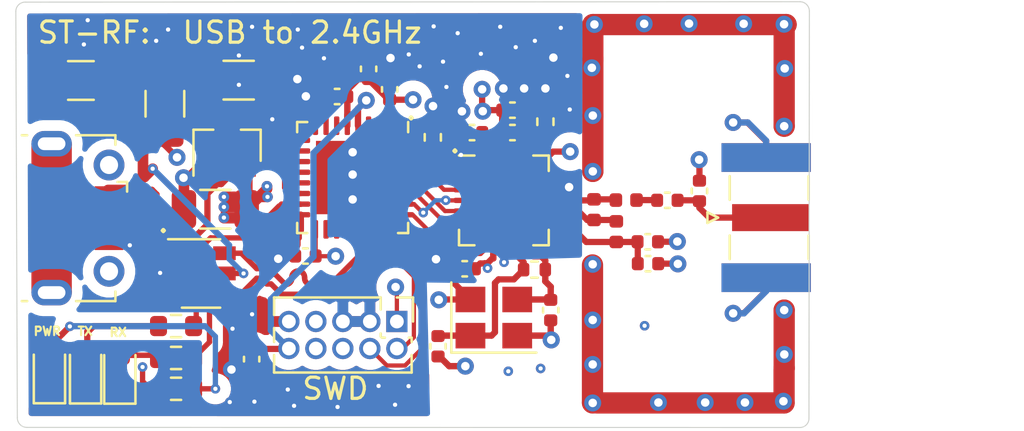
<source format=kicad_pcb>
(kicad_pcb (version 20171130) (host pcbnew "(5.1.7)-1")
  (layers (0 F.Cu signal) (1 In1.Cu power) (2 In2.Cu power) (31 B.Cu signal) (34 B.Paste user) (35 F.Paste user) (36 B.SilkS user) (37 F.SilkS user) (38 B.Mask user) (39 F.Mask user) (44 Edge.Cuts user))
  (net 0 "")
  (net 1 GND)
  (net 2 "Net-(C1-Pad1)")
  (net 3 +3V3)
  (net 4 "Net-(C3-Pad1)")
  (net 5 NRF_VDD_PA)
  (net 6 NRF_XC1)
  (net 7 "Net-(C11-Pad2)")
  (net 8 "Net-(C11-Pad1)")
  (net 9 NRF_XC2)
  (net 10 +5V)
  (net 11 NRST)
  (net 12 "Net-(D1-Pad2)")
  (net 13 "Net-(D2-Pad2)")
  (net 14 "Net-(F1-Pad2)")
  (net 15 USB_CONN_D+)
  (net 16 USB_CONN_D-)
  (net 17 SW_CLK)
  (net 18 SWDIO)
  (net 19 NRF_ANT2)
  (net 20 NRF_ANT1)
  (net 21 "Net-(R1-Pad1)")
  (net 22 "Net-(R3-Pad1)")
  (net 23 NRF_IRQ)
  (net 24 SPI3_MISO)
  (net 25 SPI3_MOSI)
  (net 26 SPI3_CLK)
  (net 27 NRF_CS)
  (net 28 NRF_CE)
  (net 29 USB_D-)
  (net 30 USB_D+)
  (net 31 "Net-(J1-Pad6)")
  (net 32 "Net-(R4-Pad1)")
  (net 33 "Net-(R5-Pad1)")
  (net 34 "Net-(D3-Pad2)")
  (net 35 "Net-(J1-Pad4)")
  (net 36 "Net-(J3-Pad6)")
  (net 37 "Net-(J3-Pad7)")
  (net 38 "Net-(J3-Pad8)")
  (net 39 "Net-(U4-Pad2)")
  (net 40 "Net-(U4-Pad3)")
  (net 41 "Net-(U4-Pad6)")
  (net 42 "Net-(U4-Pad7)")
  (net 43 "Net-(U4-Pad8)")
  (net 44 "Net-(U4-Pad9)")
  (net 45 "Net-(U4-Pad10)")
  (net 46 "Net-(U4-Pad11)")
  (net 47 "Net-(U4-Pad12)")
  (net 48 "Net-(U4-Pad13)")
  (net 49 "Net-(U4-Pad18)")
  (net 50 "Net-(U4-Pad19)")
  (net 51 "Net-(U4-Pad20)")
  (module Capacitor_SMD:C_1206_3216Metric (layer F.Cu) (at 134.87 93.23 180)
    (fp_text reference C7 hide)
    (fp_text value 1u)
    (pad 1 smd roundrect (at -1.475 0 180) (size 1.15 1.8) (layers F.Cu F.Paste F.Mask) (roundrect_rratio 0.2173904347826087) (net 3 +3V3))
    (pad 2 smd roundrect (at 1.475 0 180) (size 1.15 1.8) (layers F.Cu F.Paste F.Mask) (roundrect_rratio 0.2173904347826087) (net 1 GND))
  )
  (module Package_TO_SOT_SMD:SOT-23-6 (layer F.Cu) (at 134.2 96.25)
    (fp_text reference U3 hide)
    (fp_text value USBLC6-2SC6)
    (pad 5 smd rect (at 1.1 0) (size 1.06 0.65) (layers F.Cu F.Paste F.Mask) (net 10 +5V))
    (pad 6 smd rect (at 1.1 -0.95) (size 1.06 0.65) (layers F.Cu F.Paste F.Mask) (net 29 USB_D-))
    (pad 4 smd rect (at 1.1 0.95) (size 1.06 0.65) (layers F.Cu F.Paste F.Mask) (net 30 USB_D+))
    (pad 3 smd rect (at -1.1 0.95) (size 1.06 0.65) (layers F.Cu F.Paste F.Mask) (net 15 USB_CONN_D+))
    (pad 2 smd rect (at -1.1 0) (size 1.06 0.65) (layers F.Cu F.Paste F.Mask) (net 1 GND))
    (pad 1 smd rect (at -1.1 -0.95) (size 1.06 0.65) (layers F.Cu F.Paste F.Mask) (net 16 USB_CONN_D-))
  )
  (module Resistor_SMD:R_0603_1608Metric (layer F.Cu) (at 133.025 101.675)
    (fp_text reference R6 hide)
    (fp_text value 2k2)
    (pad 2 smd roundrect (at 0.825 0) (size 0.8 0.95) (layers F.Cu F.Paste F.Mask) (net 34 "Net-(D3-Pad2)"))
    (pad 1 smd roundrect (at -0.825 0) (size 0.8 0.95) (layers F.Cu F.Paste F.Mask) (net 3 +3V3))
  )
  (module LED_SMD:LED_0603_1608Metric (layer F.Cu) (at 127.07 100.87 90)
    (fp_text reference D3 hide)
    (fp_text value BL)
    (pad 1 smd roundrect (at -0.7875 0 90) (size 0.875 0.95) (layers F.Cu F.Paste F.Mask) (net 1 GND))
    (pad 2 smd roundrect (at 0.7875 0 90) (size 0.875 0.95) (layers F.Cu F.Paste F.Mask) (net 34 "Net-(D3-Pad2)"))
  )
  (module Connector_USB:USB_Micro-B_Molex-105017-0001 (layer F.Cu) (at 128.41 93.65 270)
    (fp_text reference J1 hide)
    (fp_text value USB_B_Micro)
    (pad 6 smd rect (at -2.9 1.2375 270) (size 1.2 1.9) (layers F.Cu F.Mask) (net 31 "Net-(J1-Pad6)"))
    (pad 6 smd rect (at 2.9 1.2375 270) (size 1.2 1.9) (layers F.Cu F.Mask) (net 31 "Net-(J1-Pad6)"))
    (pad 6 thru_hole oval (at 3.5 1.2375 270) (size 1.2 1.9) (drill oval 0.6 1.3) (layers *.Cu *.Mask) (net 31 "Net-(J1-Pad6)"))
    (pad 6 thru_hole oval (at -3.5 1.2375 90) (size 1.2 1.9) (drill oval 0.6 1.3) (layers *.Cu *.Mask) (net 31 "Net-(J1-Pad6)"))
    (pad 6 smd rect (at -1 1.2375 270) (size 1.5 1.9) (layers F.Cu F.Paste F.Mask) (net 31 "Net-(J1-Pad6)"))
    (pad 6 thru_hole circle (at 2.5 -1.4625 270) (size 1.45 1.45) (drill 0.85) (layers *.Cu *.Mask) (net 31 "Net-(J1-Pad6)"))
    (pad 3 smd rect (at 0 -1.4625 270) (size 0.4 1.35) (layers F.Cu F.Paste F.Mask) (net 15 USB_CONN_D+))
    (pad 4 smd rect (at 0.65 -1.4625 270) (size 0.4 1.35) (layers F.Cu F.Paste F.Mask) (net 35 "Net-(J1-Pad4)"))
    (pad 5 smd rect (at 1.3 -1.4625 270) (size 0.4 1.35) (layers F.Cu F.Paste F.Mask) (net 1 GND))
    (pad 1 smd rect (at -1.3 -1.4625 270) (size 0.4 1.35) (layers F.Cu F.Paste F.Mask) (net 10 +5V))
    (pad 2 smd rect (at -0.65 -1.4625 270) (size 0.4 1.35) (layers F.Cu F.Paste F.Mask) (net 16 USB_CONN_D-))
    (pad 6 thru_hole circle (at -2.5 -1.4625 270) (size 1.45 1.45) (drill 0.85) (layers *.Cu *.Mask) (net 31 "Net-(J1-Pad6)"))
    (pad 6 smd rect (at 1 1.2375 270) (size 1.5 1.9) (layers F.Cu F.Paste F.Mask) (net 31 "Net-(J1-Pad6)"))
  )
  (module Package_DFN_QFN:QFN-20-1EP_4x4mm_P0.5mm_EP2.5x2.5mm (layer F.Cu) (at 148.4426 92.81466)
    (fp_text reference U1 hide)
    (fp_text value NRF24L01)
    (pad 1 smd roundrect (at -1.9375 -1) (size 0.825 0.25) (layers F.Cu F.Paste F.Mask) (net 28 NRF_CE))
    (pad 2 smd roundrect (at -1.9375 -0.5) (size 0.825 0.25) (layers F.Cu F.Paste F.Mask) (net 27 NRF_CS))
    (pad 3 smd roundrect (at -1.9375 0) (size 0.825 0.25) (layers F.Cu F.Paste F.Mask) (net 26 SPI3_CLK))
    (pad 4 smd roundrect (at -1.9375 0.5) (size 0.825 0.25) (layers F.Cu F.Paste F.Mask) (net 25 SPI3_MOSI))
    (pad 5 smd roundrect (at -1.9375 1) (size 0.825 0.25) (layers F.Cu F.Paste F.Mask) (net 24 SPI3_MISO))
    (pad 6 smd roundrect (at -1 1.9375) (size 0.25 0.825) (layers F.Cu F.Paste F.Mask) (net 23 NRF_IRQ))
    (pad 7 smd roundrect (at -0.5 1.9375) (size 0.25 0.825) (layers F.Cu F.Paste F.Mask) (net 3 +3V3))
    (pad 8 smd roundrect (at 0 1.9375) (size 0.25 0.825) (layers F.Cu F.Paste F.Mask) (net 1 GND))
    (pad 9 smd roundrect (at 0.5 1.9375) (size 0.25 0.825) (layers F.Cu F.Paste F.Mask) (net 9 NRF_XC2))
    (pad 10 smd roundrect (at 1 1.9375) (size 0.25 0.825) (layers F.Cu F.Paste F.Mask) (net 6 NRF_XC1))
    (pad 11 smd roundrect (at 1.9375 1) (size 0.825 0.25) (layers F.Cu F.Paste F.Mask) (net 5 NRF_VDD_PA))
    (pad 12 smd roundrect (at 1.9375 0.5) (size 0.825 0.25) (layers F.Cu F.Paste F.Mask) (net 20 NRF_ANT1))
    (pad 13 smd roundrect (at 1.9375 0) (size 0.825 0.25) (layers F.Cu F.Paste F.Mask) (net 19 NRF_ANT2))
    (pad 14 smd roundrect (at 1.9375 -0.5) (size 0.825 0.25) (layers F.Cu F.Paste F.Mask) (net 1 GND))
    (pad 15 smd roundrect (at 1.9375 -1) (size 0.825 0.25) (layers F.Cu F.Paste F.Mask) (net 3 +3V3))
    (pad 16 smd roundrect (at 1 -1.9375) (size 0.25 0.825) (layers F.Cu F.Paste F.Mask) (net 21 "Net-(R1-Pad1)"))
    (pad 17 smd roundrect (at 0.5 -1.9375) (size 0.25 0.825) (layers F.Cu F.Paste F.Mask) (net 1 GND))
    (pad 18 smd roundrect (at 0 -1.9375) (size 0.25 0.825) (layers F.Cu F.Paste F.Mask) (net 3 +3V3))
    (pad 19 smd roundrect (at -0.5 -1.9375) (size 0.25 0.825) (layers F.Cu F.Paste F.Mask) (net 2 "Net-(C1-Pad1)"))
    (pad 20 smd roundrect (at -1 -1.9375) (size 0.25 0.825) (layers F.Cu F.Paste F.Mask) (net 1 GND))
    (pad 21 smd rect (at 0 0) (size 2.5 2.5) (layers F.Cu F.Mask))
  )
  (module Capacitor_SMD:C_0402_1005Metric (layer F.Cu) (at 139.11 95.43 180)
    (fp_text reference C17 hide)
    (fp_text value 100n)
    (pad 2 smd roundrect (at 0.48 0 180) (size 0.56 0.62) (layers F.Cu F.Paste F.Mask) (net 1 GND))
    (pad 1 smd roundrect (at -0.48 0 180) (size 0.56 0.62) (layers F.Cu F.Paste F.Mask) (net 3 +3V3))
  )
  (module Capacitor_SMD:C_0402_1005Metric (layer F.Cu) (at 157.64 92.37 90)
    (fp_text reference C13 hide)
    (fp_text value 1p)
    (pad 2 smd roundrect (at 0.48 0 90) (size 0.56 0.62) (layers F.Cu F.Paste F.Mask) (net 1 GND))
    (pad 1 smd roundrect (at -0.48 0 90) (size 0.56 0.62) (layers F.Cu F.Paste F.Mask) (net 7 "Net-(C11-Pad2)"))
  )
  (module Capacitor_SMD:C_0402_1005Metric (layer F.Cu) (at 142.08 86.63 90)
    (fp_text reference C15 hide)
    (fp_text value 1u)
    (pad 2 smd roundrect (at 0.48 0 90) (size 0.56 0.62) (layers F.Cu F.Paste F.Mask) (net 1 GND))
    (pad 1 smd roundrect (at -0.48 0 90) (size 0.56 0.62) (layers F.Cu F.Paste F.Mask) (net 3 +3V3))
  )
  (module Capacitor_SMD:C_0402_1005Metric (layer F.Cu) (at 140.6 87.93 180)
    (fp_text reference C16 hide)
    (fp_text value 100n)
    (pad 2 smd roundrect (at 0.48 0 180) (size 0.56 0.62) (layers F.Cu F.Paste F.Mask) (net 1 GND))
    (pad 1 smd roundrect (at -0.48 0 180) (size 0.56 0.62) (layers F.Cu F.Paste F.Mask) (net 3 +3V3))
  )
  (module Capacitor_SMD:C_0402_1005Metric (layer F.Cu) (at 146.6 96.03 180)
    (fp_text reference C2 hide)
    (fp_text value 10u)
    (pad 2 smd roundrect (at 0.48 0 180) (size 0.56 0.62) (layers F.Cu F.Paste F.Mask) (net 1 GND))
    (pad 1 smd roundrect (at -0.48 0 180) (size 0.56 0.62) (layers F.Cu F.Paste F.Mask) (net 3 +3V3))
  )
  (module Capacitor_SMD:C_1206_3216Metric (layer F.Cu) (at 135.97 87.16)
    (fp_text reference C3 hide)
    (fp_text value 1u)
    (pad 2 smd roundrect (at 1.475 0) (size 1.15 1.8) (layers F.Cu F.Paste F.Mask) (roundrect_rratio 0.2173904347826087) (net 1 GND))
    (pad 1 smd roundrect (at -1.475 0) (size 1.15 1.8) (layers F.Cu F.Paste F.Mask) (roundrect_rratio 0.2173904347826087) (net 4 "Net-(C3-Pad1)"))
  )
  (module Capacitor_SMD:C_0402_1005Metric (layer F.Cu) (at 148.845 89.625)
    (fp_text reference C5 hide)
    (fp_text value 10n)
    (pad 2 smd roundrect (at 0.48 0) (size 0.56 0.62) (layers F.Cu F.Paste F.Mask) (net 1 GND))
    (pad 1 smd roundrect (at -0.48 0) (size 0.56 0.62) (layers F.Cu F.Paste F.Mask) (net 3 +3V3))
  )
  (module Capacitor_SMD:C_0402_1005Metric (layer F.Cu) (at 155.21 94.76)
    (fp_text reference C8 hide)
    (fp_text value 2n2)
    (pad 2 smd roundrect (at 0.48 0) (size 0.56 0.62) (layers F.Cu F.Paste F.Mask) (net 1 GND))
    (pad 1 smd roundrect (at -0.48 0) (size 0.56 0.62) (layers F.Cu F.Paste F.Mask) (net 5 NRF_VDD_PA))
  )
  (module Capacitor_SMD:C_0402_1005Metric (layer F.Cu) (at 145.345 99.675 270)
    (fp_text reference C9 hide)
    (fp_text value 12p)
    (pad 2 smd roundrect (at 0.48 0 270) (size 0.56 0.62) (layers F.Cu F.Paste F.Mask) (net 1 GND))
    (pad 1 smd roundrect (at -0.48 0 270) (size 0.56 0.62) (layers F.Cu F.Paste F.Mask) (net 9 NRF_XC2))
  )
  (module Capacitor_SMD:C_0402_1005Metric (layer F.Cu) (at 148.845 88.57)
    (fp_text reference C6 hide)
    (fp_text value 1n)
    (pad 2 smd roundrect (at 0.48 0) (size 0.56 0.62) (layers F.Cu F.Paste F.Mask) (net 1 GND))
    (pad 1 smd roundrect (at -0.48 0) (size 0.56 0.62) (layers F.Cu F.Paste F.Mask) (net 3 +3V3))
  )
  (module Capacitor_SMD:C_0402_1005Metric (layer F.Cu) (at 155.22 95.79)
    (fp_text reference C10 hide)
    (fp_text value 4p7)
    (pad 2 smd roundrect (at 0.48 0) (size 0.56 0.62) (layers F.Cu F.Paste F.Mask) (net 1 GND))
    (pad 1 smd roundrect (at -0.48 0) (size 0.56 0.62) (layers F.Cu F.Paste F.Mask) (net 5 NRF_VDD_PA))
  )
  (module Capacitor_SMD:C_0402_1005Metric (layer F.Cu) (at 146.945 89.625 180)
    (fp_text reference C1 hide)
    (fp_text value 33n)
    (pad 2 smd roundrect (at 0.48 0 180) (size 0.56 0.62) (layers F.Cu F.Paste F.Mask) (net 1 GND))
    (pad 1 smd roundrect (at -0.48 0 180) (size 0.56 0.62) (layers F.Cu F.Paste F.Mask) (net 2 "Net-(C1-Pad1)"))
  )
  (module Capacitor_SMD:C_0402_1005Metric (layer F.Cu) (at 156.13 92.81)
    (fp_text reference C11 hide)
    (fp_text value 1.5p)
    (pad 2 smd roundrect (at 0.48 0) (size 0.56 0.62) (layers F.Cu F.Paste F.Mask) (net 7 "Net-(C11-Pad2)"))
    (pad 1 smd roundrect (at -0.48 0) (size 0.56 0.62) (layers F.Cu F.Paste F.Mask) (net 8 "Net-(C11-Pad1)"))
  )
  (module Capacitor_SMD:C_0402_1005Metric (layer F.Cu) (at 150.645 97.975 270)
    (fp_text reference C12 hide)
    (fp_text value 12p)
    (pad 2 smd roundrect (at 0.48 0 270) (size 0.56 0.62) (layers F.Cu F.Paste F.Mask) (net 1 GND))
    (pad 1 smd roundrect (at -0.48 0 270) (size 0.56 0.62) (layers F.Cu F.Paste F.Mask) (net 6 NRF_XC1))
  )
  (module LED_SMD:LED_0603_1608Metric (layer F.Cu) (at 130.38 100.89 90)
    (fp_text reference D2 hide)
    (fp_text value YE)
    (pad 2 smd roundrect (at 0.7875 0 90) (size 0.875 0.95) (layers F.Cu F.Paste F.Mask) (net 13 "Net-(D2-Pad2)"))
    (pad 1 smd roundrect (at -0.7875 0 90) (size 0.875 0.95) (layers F.Cu F.Paste F.Mask) (net 1 GND))
  )
  (module Fuse:Fuse_1206_3216Metric (layer F.Cu) (at 132.5 88.27 90)
    (fp_text reference FB1 hide)
    (fp_text value "100 @ 100MHz")
    (pad 2 smd roundrect (at 1.4 0 90) (size 1.25 1.75) (layers F.Cu F.Paste F.Mask) (roundrect_rratio 0.2) (net 14 "Net-(F1-Pad2)"))
    (pad 1 smd roundrect (at -1.4 0 90) (size 1.25 1.75) (layers F.Cu F.Paste F.Mask) (roundrect_rratio 0.2) (net 4 "Net-(C3-Pad1)"))
  )
  (module Capacitor_SMD:C_0402_1005Metric (layer F.Cu) (at 143.07 87.595 90)
    (fp_text reference C18 hide)
    (fp_text value 100n)
    (pad 2 smd roundrect (at 0.48 0 90) (size 0.56 0.62) (layers F.Cu F.Paste F.Mask) (net 1 GND))
    (pad 1 smd roundrect (at -0.48 0 90) (size 0.56 0.62) (layers F.Cu F.Paste F.Mask) (net 3 +3V3))
  )
  (module Inductor_SMD:L_0402_1005Metric (layer F.Cu) (at 153.73 94.285 270)
    (fp_text reference L3 hide)
    (fp_text value 2.7n)
    (pad 2 smd roundrect (at 0.485 0 270) (size 0.59 0.64) (layers F.Cu F.Paste F.Mask) (net 5 NRF_VDD_PA))
    (pad 1 smd roundrect (at -0.485 0 270) (size 0.59 0.64) (layers F.Cu F.Paste F.Mask) (net 20 NRF_ANT1))
  )
  (module Resistor_SMD:R_0402_1005Metric (layer F.Cu) (at 145.1 89.85 90)
    (fp_text reference R3 hide)
    (fp_text value 10k)
    (pad 2 smd roundrect (at 0.51 0 90) (size 0.54 0.64) (layers F.Cu F.Paste F.Mask) (net 1 GND))
    (pad 1 smd roundrect (at -0.51 0 90) (size 0.54 0.64) (layers F.Cu F.Paste F.Mask) (net 22 "Net-(R3-Pad1)"))
  )
  (module Inductor_SMD:L_0402_1005Metric (layer F.Cu) (at 152.68 93.25 270)
    (fp_text reference L1 hide)
    (fp_text value 8.2n)
    (pad 2 smd roundrect (at 0.485 0 270) (size 0.59 0.64) (layers F.Cu F.Paste F.Mask) (net 20 NRF_ANT1))
    (pad 1 smd roundrect (at -0.485 0 270) (size 0.59 0.64) (layers F.Cu F.Paste F.Mask) (net 19 NRF_ANT2))
  )
  (module Resistor_SMD:R_0603_1608Metric (layer F.Cu) (at 133.025 98.725 180)
    (fp_text reference R5 hide)
    (fp_text value 2k2)
    (pad 2 smd roundrect (at 0.825 0 180) (size 0.8 0.95) (layers F.Cu F.Paste F.Mask) (net 12 "Net-(D1-Pad2)"))
    (pad 1 smd roundrect (at -0.825 0 180) (size 0.8 0.95) (layers F.Cu F.Paste F.Mask) (net 33 "Net-(R5-Pad1)"))
  )
  (module Capacitor_SMD:C_0402_1005Metric (layer F.Cu) (at 136.58 100.28 270)
    (fp_text reference C19 hide)
    (fp_text value 100n)
    (pad 2 smd roundrect (at 0.48 0 270) (size 0.56 0.62) (layers F.Cu F.Paste F.Mask) (net 1 GND))
    (pad 1 smd roundrect (at -0.48 0 270) (size 0.56 0.62) (layers F.Cu F.Paste F.Mask) (net 11 NRST))
  )
  (module Connector_PinHeader_1.27mm:PinHeader_2x05_P1.27mm_Vertical (layer F.Cu) (at 143.41 98.51 270)
    (fp_text reference J3 hide)
    (fp_text value SWD)
    (pad 1 thru_hole rect (at 0 0 270) (size 1 1) (drill 0.65) (layers *.Cu *.Mask) (net 3 +3V3))
    (pad 2 thru_hole oval (at 1.27 0 270) (size 1 1) (drill 0.65) (layers *.Cu *.Mask) (net 18 SWDIO))
    (pad 3 thru_hole oval (at 0 1.27 270) (size 1 1) (drill 0.65) (layers *.Cu *.Mask) (net 1 GND))
    (pad 4 thru_hole oval (at 1.27 1.27 270) (size 1 1) (drill 0.65) (layers *.Cu *.Mask) (net 17 SW_CLK))
    (pad 5 thru_hole oval (at 0 2.54 270) (size 1 1) (drill 0.65) (layers *.Cu *.Mask) (net 1 GND))
    (pad 6 thru_hole oval (at 1.27 2.54 270) (size 1 1) (drill 0.65) (layers *.Cu *.Mask) (net 36 "Net-(J3-Pad6)"))
    (pad 7 thru_hole oval (at 0 3.81 270) (size 1 1) (drill 0.65) (layers *.Cu *.Mask) (net 37 "Net-(J3-Pad7)"))
    (pad 8 thru_hole oval (at 1.27 3.81 270) (size 1 1) (drill 0.65) (layers *.Cu *.Mask) (net 38 "Net-(J3-Pad8)"))
    (pad 9 thru_hole oval (at 0 5.08 270) (size 1 1) (drill 0.65) (layers *.Cu *.Mask) (net 1 GND))
    (pad 10 thru_hole oval (at 1.27 5.08 270) (size 1 1) (drill 0.65) (layers *.Cu *.Mask) (net 11 NRST))
  )
  (module Package_TO_SOT_SMD:SOT-23 (layer F.Cu) (at 135.425 90.25 90)
    (fp_text reference U2 hide)
    (fp_text value XC6206P332MR)
    (pad 1 smd rect (at -1 -0.95 90) (size 0.9 0.8) (layers F.Cu F.Paste F.Mask) (net 1 GND))
    (pad 2 smd rect (at -1 0.95 90) (size 0.9 0.8) (layers F.Cu F.Paste F.Mask) (net 3 +3V3))
    (pad 3 smd rect (at 1 0 90) (size 0.9 0.8) (layers F.Cu F.Paste F.Mask) (net 4 "Net-(C3-Pad1)"))
  )
  (module Resistor_SMD:R_0603_1608Metric (layer F.Cu) (at 133.025 100.225 180)
    (fp_text reference R4 hide)
    (fp_text value 2k2)
    (pad 2 smd roundrect (at 0.825 0 180) (size 0.8 0.95) (layers F.Cu F.Paste F.Mask) (net 13 "Net-(D2-Pad2)"))
    (pad 1 smd roundrect (at -0.825 0 180) (size 0.8 0.95) (layers F.Cu F.Paste F.Mask) (net 32 "Net-(R4-Pad1)"))
  )
  (module Inductor_SMD:L_0402_1005Metric (layer F.Cu) (at 154.195 92.8)
    (fp_text reference L2 hide)
    (fp_text value 3.9n)
    (pad 2 smd roundrect (at 0.485 0) (size 0.59 0.64) (layers F.Cu F.Paste F.Mask) (net 8 "Net-(C11-Pad1)"))
    (pad 1 smd roundrect (at -0.485 0) (size 0.59 0.64) (layers F.Cu F.Paste F.Mask) (net 19 NRF_ANT2))
  )
  (module Resistor_SMD:R_0402_1005Metric (layer F.Cu) (at 150.395 89.115 90)
    (fp_text reference R1 hide)
    (fp_text value 2k2)
    (pad 2 smd roundrect (at 0.51 0 90) (size 0.54 0.64) (layers F.Cu F.Paste F.Mask) (net 1 GND))
    (pad 1 smd roundrect (at -0.51 0 90) (size 0.54 0.64) (layers F.Cu F.Paste F.Mask) (net 21 "Net-(R1-Pad1)"))
  )
  (module Crystal:Crystal_SMD_3225-4Pin_3.2x2.5mm (layer F.Cu) (at 147.97 98.325)
    (fp_text reference Y1 hide)
    (fp_text value 16MHz)
    (pad 4 smd rect (at -1.1 -0.85) (size 1.4 1.2) (layers F.Cu F.Paste F.Mask) (net 1 GND))
    (pad 3 smd rect (at 1.1 -0.85) (size 1.4 1.2) (layers F.Cu F.Paste F.Mask) (net 6 NRF_XC1))
    (pad 2 smd rect (at 1.1 0.85) (size 1.4 1.2) (layers F.Cu F.Paste F.Mask) (net 1 GND))
    (pad 1 smd rect (at -1.1 0.85) (size 1.4 1.2) (layers F.Cu F.Paste F.Mask) (net 9 NRF_XC2))
  )
  (module Package_DFN_QFN:QFN-32-1EP_5x5mm_P0.5mm_EP3.45x3.45mm (layer F.Cu) (at 141.33 91.74 270)
    (fp_text reference U4 hide)
    (fp_text value STM32L432KBUx)
    (pad 1 smd roundrect (at -2.4375 -1.75 270) (size 0.875 0.25) (layers F.Cu F.Paste F.Mask) (net 3 +3V3))
    (pad 2 smd roundrect (at -2.4375 -1.25 270) (size 0.875 0.25) (layers F.Cu F.Paste F.Mask) (net 39 "Net-(U4-Pad2)"))
    (pad 3 smd roundrect (at -2.4375 -0.75 270) (size 0.875 0.25) (layers F.Cu F.Paste F.Mask) (net 40 "Net-(U4-Pad3)"))
    (pad 4 smd roundrect (at -2.4375 -0.25 270) (size 0.875 0.25) (layers F.Cu F.Paste F.Mask) (net 11 NRST))
    (pad 5 smd roundrect (at -2.4375 0.25 270) (size 0.875 0.25) (layers F.Cu F.Paste F.Mask) (net 3 +3V3))
    (pad 6 smd roundrect (at -2.4375 0.75 270) (size 0.875 0.25) (layers F.Cu F.Paste F.Mask) (net 41 "Net-(U4-Pad6)"))
    (pad 7 smd roundrect (at -2.4375 1.25 270) (size 0.875 0.25) (layers F.Cu F.Paste F.Mask) (net 42 "Net-(U4-Pad7)"))
    (pad 8 smd roundrect (at -2.4375 1.75 270) (size 0.875 0.25) (layers F.Cu F.Paste F.Mask) (net 43 "Net-(U4-Pad8)"))
    (pad 9 smd roundrect (at -1.75 2.4375 270) (size 0.25 0.875) (layers F.Cu F.Paste F.Mask) (net 44 "Net-(U4-Pad9)"))
    (pad 10 smd roundrect (at -1.25 2.4375 270) (size 0.25 0.875) (layers F.Cu F.Paste F.Mask) (net 45 "Net-(U4-Pad10)"))
    (pad 11 smd roundrect (at -0.75 2.4375 270) (size 0.25 0.875) (layers F.Cu F.Paste F.Mask) (net 46 "Net-(U4-Pad11)"))
    (pad 12 smd roundrect (at -0.25 2.4375 270) (size 0.25 0.875) (layers F.Cu F.Paste F.Mask) (net 47 "Net-(U4-Pad12)"))
    (pad 13 smd roundrect (at 0.25 2.4375 270) (size 0.25 0.875) (layers F.Cu F.Paste F.Mask) (net 48 "Net-(U4-Pad13)"))
    (pad 14 smd roundrect (at 0.75 2.4375 270) (size 0.25 0.875) (layers F.Cu F.Paste F.Mask) (net 33 "Net-(R5-Pad1)"))
    (pad 15 smd roundrect (at 1.25 2.4375 270) (size 0.25 0.875) (layers F.Cu F.Paste F.Mask) (net 32 "Net-(R4-Pad1)"))
    (pad 16 smd roundrect (at 1.75 2.4375 270) (size 0.25 0.875) (layers F.Cu F.Paste F.Mask) (net 1 GND))
    (pad 17 smd roundrect (at 2.4375 1.75 270) (size 0.875 0.25) (layers F.Cu F.Paste F.Mask) (net 3 +3V3))
    (pad 18 smd roundrect (at 2.4375 1.25 270) (size 0.875 0.25) (layers F.Cu F.Paste F.Mask) (net 49 "Net-(U4-Pad18)"))
    (pad 19 smd roundrect (at 2.4375 0.75 270) (size 0.875 0.25) (layers F.Cu F.Paste F.Mask) (net 50 "Net-(U4-Pad19)"))
    (pad 20 smd roundrect (at 2.4375 0.25 270) (size 0.875 0.25) (layers F.Cu F.Paste F.Mask) (net 51 "Net-(U4-Pad20)"))
    (pad 21 smd roundrect (at 2.4375 -0.25 270) (size 0.875 0.25) (layers F.Cu F.Paste F.Mask) (net 29 USB_D-))
    (pad 22 smd roundrect (at 2.4375 -0.75 270) (size 0.875 0.25) (layers F.Cu F.Paste F.Mask) (net 30 USB_D+))
    (pad 23 smd roundrect (at 2.4375 -1.25 270) (size 0.875 0.25) (layers F.Cu F.Paste F.Mask) (net 18 SWDIO))
    (pad 24 smd roundrect (at 2.4375 -1.75 270) (size 0.875 0.25) (layers F.Cu F.Paste F.Mask) (net 17 SW_CLK))
    (pad 25 smd roundrect (at 1.75 -2.4375 270) (size 0.25 0.875) (layers F.Cu F.Paste F.Mask) (net 23 NRF_IRQ))
    (pad 26 smd roundrect (at 1.25 -2.4375 270) (size 0.25 0.875) (layers F.Cu F.Paste F.Mask) (net 26 SPI3_CLK))
    (pad 27 smd roundrect (at 0.75 -2.4375 270) (size 0.25 0.875) (layers F.Cu F.Paste F.Mask) (net 24 SPI3_MISO))
    (pad 28 smd roundrect (at 0.25 -2.4375 270) (size 0.25 0.875) (layers F.Cu F.Paste F.Mask) (net 25 SPI3_MOSI))
    (pad 29 smd roundrect (at -0.25 -2.4375 270) (size 0.25 0.875) (layers F.Cu F.Paste F.Mask) (net 27 NRF_CS))
    (pad 30 smd roundrect (at -0.75 -2.4375 270) (size 0.25 0.875) (layers F.Cu F.Paste F.Mask) (net 28 NRF_CE))
    (pad 31 smd roundrect (at -1.25 -2.4375 270) (size 0.25 0.875) (layers F.Cu F.Paste F.Mask) (net 22 "Net-(R3-Pad1)"))
    (pad 32 smd roundrect (at -1.75 -2.4375 270) (size 0.25 0.875) (layers F.Cu F.Paste F.Mask) (net 1 GND))
    (pad 33 smd rect (at 0 0 270) (size 3.45 3.45) (layers F.Cu F.Mask) (net 1 GND))
  )
  (module LED_SMD:LED_0603_1608Metric (layer F.Cu) (at 128.77 100.88 90)
    (fp_text reference D1 hide)
    (fp_text value GR)
    (pad 2 smd roundrect (at 0.7875 0 90) (size 0.875 0.95) (layers F.Cu F.Paste F.Mask) (net 12 "Net-(D1-Pad2)"))
    (pad 1 smd roundrect (at -0.7875 0 90) (size 0.875 0.95) (layers F.Cu F.Paste F.Mask) (net 1 GND))
  )
  (module Resistor_SMD:R_0402_1005Metric (layer F.Cu) (at 149.88 96.07)
    (fp_text reference R2 hide)
    (fp_text value 1M)
    (pad 2 smd roundrect (at 0.51 0) (size 0.54 0.64) (layers F.Cu F.Paste F.Mask) (net 6 NRF_XC1))
    (pad 1 smd roundrect (at -0.51 0) (size 0.54 0.64) (layers F.Cu F.Paste F.Mask) (net 9 NRF_XC2))
  )
  (module Fuse:Fuse_1206_3216Metric (layer F.Cu) (at 128.55 87.175)
    (fp_text reference F1 hide)
    (fp_text value 200mA)
    (pad 2 smd roundrect (at 1.4 0) (size 1.25 1.75) (layers F.Cu F.Paste F.Mask) (roundrect_rratio 0.2) (net 14 "Net-(F1-Pad2)"))
    (pad 1 smd roundrect (at -1.4 0) (size 1.25 1.75) (layers F.Cu F.Paste F.Mask) (roundrect_rratio 0.2) (net 10 +5V))
  )
  (module Connector_Coaxial:SMA_Samtec_SMA-J-P-X-ST-EM1_EdgeMount (layer F.Cu) (at 160.775 93.625 90)
    (fp_text reference J2 hide)
    (fp_text value SMA)
    (pad 1 smd rect (at 0 0.2 90) (size 1.27 3.6) (layers F.Cu F.Paste F.Mask) (net 7 "Net-(C11-Pad2)"))
    (pad 2 smd rect (at 2.825 0 90) (size 1.35 4.2) (layers F.Cu F.Paste F.Mask) (net 1 GND))
    (pad 2 smd rect (at -2.825 0 90) (size 1.35 4.2) (layers F.Cu F.Paste F.Mask) (net 1 GND))
    (pad 2 smd rect (at 2.825 0 90) (size 1.35 4.2) (layers B.Cu B.Paste B.Mask) (net 1 GND))
    (pad 2 smd rect (at -2.825 0 90) (size 1.35 4.2) (layers B.Cu B.Paste B.Mask) (net 1 GND))
  )
  (gr_text ".\n" (at 132.425 93.825) (layer F.SilkS) (effects (font (size 1 1))))
  (gr_line (start 125.56 103.03) (end 125.488978 83.93) (layer Edge.Cuts) (width 0.05))
  (gr_text "PWR " (at 127.12 98.97) (layer F.SilkS) (effects (font (size 0.4 0.4) (thickness 0.1))))
  (gr_text SWD (at 140.52 101.67) (layer F.SilkS) (effects (font (size 1 1))))
  (gr_text RX (at 130.3 99.02) (layer F.SilkS) (effects (font (size 0.4 0.4) (thickness 0.1))))
  (gr_text "TX\n" (at 128.75 98.97) (layer F.SilkS) (effects (font (size 0.4 0.4) (thickness 0.1))))
  (gr_text ".\n" (at 146.14 90.08) (layer F.SilkS) (effects (font (size 1 1))))
  (gr_text ".\n" (at 144.08 88.53) (layer F.SilkS) (effects (font (size 1 1))))
  (gr_text "ST-RF:  USB to 2.4GHz\n" (at 135.55 84.92) (layer F.SilkS) (effects (font (size 1 1))))
  (gr_line (start 162.38 103.495) (end 126.01 103.490111) (layer Edge.Cuts) (width 0.05))
  (gr_line (start 162.81 83.92) (end 162.790265 103.07) (layer Edge.Cuts) (width 0.05))
  (gr_line (start 125.96 83.49) (end 162.37998 83.470444) (layer Edge.Cuts) (width 0.05))
  (gr_arc (start 126.01 103.04) (end 125.56 103.03) (angle -91.27303002) (layer Edge.Cuts) (width 0.05))
  (gr_arc (start 162.365 103.07) (end 162.38 103.495) (angle -87.97863506) (layer Edge.Cuts) (width 0.05))
  (gr_arc (start 162.36 83.92) (end 162.81 83.92) (angle -87.45519562) (layer Edge.Cuts) (width 0.05))
  (gr_arc (start 125.93 83.93) (end 125.96 83.49) (angle -93.90049374) (layer Edge.Cuts) (width 0.05))
  (segment (start 152.625 86.175) (end 152.625 88.825) (width 1) (layer F.Cu) (net 1))
  (segment (start 161.625 100.7) (end 161.625 97.975) (width 1) (layer F.Cu) (net 1))
  (segment (start 152.625 86.175) (end 152.625 86.175) (width 1) (layer F.Cu) (net 1))
  (via (at 152.58 86.58) (size 0.8) (drill 0.4) (layers F.Cu B.Cu) (net 1))
  (via (at 152.62 100.53) (size 0.8) (drill 0.4) (layers F.Cu B.Cu) (net 1))
  (segment (start 161.625 100.7) (end 161.625 100.7) (width 1) (layer F.Cu) (net 1))
  (via (at 161.63 100.06) (size 0.8) (drill 0.4) (layers F.Cu B.Cu) (net 1))
  (segment (start 161.625 97.975) (end 161.625 97.975) (width 1) (layer F.Cu) (net 1))
  (via (at 161.625 97.975) (size 0.8) (drill 0.4) (layers F.Cu B.Cu) (net 1))
  (via (at 152.62 95.82) (size 0.8) (drill 0.4) (layers F.Cu B.Cu) (net 1))
  (segment (start 152.625 91.45) (end 152.625 91.45) (width 1) (layer F.Cu) (net 1))
  (via (at 152.625 91.45) (size 0.8) (drill 0.4) (layers F.Cu B.Cu) (net 1))
  (segment (start 161.625 89.325) (end 161.625 89.325) (width 1) (layer F.Cu) (net 1))
  (via (at 161.625 89.325) (size 0.8) (drill 0.4) (layers F.Cu B.Cu) (net 1))
  (via (at 161.62 84.53) (size 0.8) (drill 0.4) (layers F.Cu B.Cu) (net 1))
  (via (at 159.72 84.51) (size 0.8) (drill 0.4) (layers F.Cu B.Cu) (net 1))
  (via (at 157.15 84.5) (size 0.8) (drill 0.4) (layers F.Cu B.Cu) (net 1))
  (segment (start 152.625 88.825) (end 152.625 91.45) (width 1) (layer F.Cu) (net 1))
  (via (at 152.625 88.825) (size 0.8) (drill 0.4) (layers F.Cu B.Cu) (net 1))
  (via (at 155.71 102.32) (size 0.8) (drill 0.4) (layers F.Cu B.Cu) (net 1))
  (via (at 161.59 102.26) (size 0.8) (drill 0.4) (layers F.Cu B.Cu) (net 1))
  (via (at 152.62 98.44) (size 0.8) (drill 0.4) (layers F.Cu B.Cu) (net 1))
  (via (at 141.33 92.77) (size 0.8) (drill 0.4) (layers F.Cu B.Cu) (net 1))
  (via (at 141.33 91.6) (size 0.8) (drill 0.4) (layers F.Cu B.Cu) (net 1))
  (via (at 141.33 90.55) (size 0.8) (drill 0.4) (layers F.Cu B.Cu) (net 1))
  (via (at 159.225 89.15) (size 0.8) (drill 0.4) (layers F.Cu B.Cu) (net 1))
  (via (at 157.625 90.9) (size 0.8) (drill 0.4) (layers F.Cu B.Cu) (net 1))
  (via (at 159.225 98.125) (size 0.8) (drill 0.4) (layers F.Cu B.Cu) (net 1))
  (via (at 150.67 99.375) (size 0.8) (drill 0.4) (layers F.Cu B.Cu) (net 1))
  (via (at 146.63 100.61) (size 0.8) (drill 0.4) (layers F.Cu B.Cu) (net 1))
  (segment (start 157.64 90.915) (end 157.625 90.9) (width 0.3) (layer F.Cu) (net 1))
  (segment (start 157.64 91.89) (end 157.64 90.915) (width 0.293) (layer F.Cu) (net 1))
  (via (at 156.625 95.8) (size 0.8) (drill 0.4) (layers F.Cu B.Cu) (net 1))
  (via (at 156.6 94.75) (size 0.8) (drill 0.4) (layers F.Cu B.Cu) (net 1))
  (via (at 146.47 88.625) (size 0.8) (drill 0.4) (layers F.Cu B.Cu) (net 1))
  (segment (start 156.59 94.76) (end 156.6 94.75) (width 0.3) (layer F.Cu) (net 1))
  (segment (start 155.69 94.76) (end 156.59 94.76) (width 0.293) (layer F.Cu) (net 1))
  (segment (start 156.615 95.79) (end 156.625 95.8) (width 0.3) (layer F.Cu) (net 1))
  (segment (start 155.7 95.79) (end 156.615 95.79) (width 0.293) (layer F.Cu) (net 1))
  (segment (start 150.315 88.525) (end 150.395 88.605) (width 0.3) (layer F.Cu) (net 1))
  (via (at 150.395 87.55) (size 0.8) (drill 0.4) (layers F.Cu B.Cu) (net 1))
  (segment (start 149.325 89.625) (end 149.325 88.57) (width 0.3) (layer F.Cu) (net 1))
  (segment (start 149.325 89.625) (end 149.325 89.895) (width 0.3) (layer F.Cu) (net 1))
  (segment (start 148.9426 90.2774) (end 148.9426 90.87716) (width 0.3) (layer F.Cu) (net 1))
  (segment (start 149.325 89.895) (end 148.9426 90.2774) (width 0.3) (layer F.Cu) (net 1))
  (segment (start 146.47 89.62) (end 146.465 89.625) (width 0.3) (layer F.Cu) (net 1))
  (segment (start 146.47 88.625) (end 146.47 89.62) (width 0.3) (layer F.Cu) (net 1))
  (segment (start 150.645 99.35) (end 150.67 99.375) (width 0.3) (layer F.Cu) (net 1))
  (segment (start 150.645 98.455) (end 150.645 99.35) (width 0.3) (layer F.Cu) (net 1))
  (via (at 149.395 87.55) (size 0.8) (drill 0.4) (layers F.Cu B.Cu) (net 1))
  (via (at 148.42 87.55) (size 0.8) (drill 0.4) (layers F.Cu B.Cu) (net 1))
  (segment (start 150.395 88.605) (end 150.395 87.55) (width 0.3) (layer F.Cu) (net 1))
  (segment (start 149.325 87.62) (end 149.395 87.55) (width 0.3) (layer F.Cu) (net 1))
  (segment (start 149.325 88.57) (end 149.325 87.62) (width 0.3) (layer F.Cu) (net 1))
  (segment (start 159.225 89.15) (end 159.9 89.15) (width 0.293) (layer F.Cu) (net 1))
  (segment (start 159.9 89.15) (end 160.775 90.025) (width 0.293) (layer F.Cu) (net 1))
  (segment (start 159.225 98.125) (end 159.725 98.125) (width 0.293) (layer F.Cu) (net 1))
  (segment (start 159.725 98.125) (end 160.775 97.075) (width 0.293) (layer F.Cu) (net 1))
  (segment (start 145.345 100.155) (end 145.415 100.155) (width 0.3) (layer F.Cu) (net 1))
  (segment (start 145.87 100.61) (end 146.63 100.61) (width 0.3) (layer F.Cu) (net 1))
  (segment (start 145.415 100.155) (end 145.87 100.61) (width 0.3) (layer F.Cu) (net 1))
  (segment (start 146.87 97.475) (end 146.48 97.085) (width 0.3) (layer F.Cu) (net 1))
  (segment (start 150.47 99.175) (end 150.67 99.375) (width 0.3) (layer F.Cu) (net 1))
  (segment (start 149.07 99.175) (end 150.47 99.175) (width 0.3) (layer F.Cu) (net 1))
  (via (at 148.45 95.725) (size 0.45) (drill 0.2) (layers F.Cu B.Cu) (net 1))
  (via (at 151.51 92.19) (size 0.8) (drill 0.4) (layers F.Cu B.Cu) (net 1))
  (segment (start 151.38534 92.31466) (end 151.51 92.19) (width 0.293) (layer F.Cu) (net 1))
  (segment (start 150.3801 92.31466) (end 151.38534 92.31466) (width 0.293) (layer F.Cu) (net 1))
  (via (at 139.13 87.92) (size 0.8) (drill 0.4) (layers F.Cu B.Cu) (net 1))
  (via (at 143.11 86.12) (size 0.8) (drill 0.4) (layers F.Cu B.Cu) (net 1))
  (segment (start 143.07 86.16) (end 143.11 86.12) (width 0.293) (layer F.Cu) (net 1))
  (segment (start 143.07 87.115) (end 143.07 86.16) (width 0.293) (layer F.Cu) (net 1))
  (via (at 145.11 88.38) (size 0.8) (drill 0.4) (layers F.Cu B.Cu) (net 1))
  (segment (start 144.45 89.99) (end 145.1 89.34) (width 0.293) (layer F.Cu) (net 1))
  (segment (start 143.7675 89.99) (end 144.45 89.99) (width 0.293) (layer F.Cu) (net 1))
  (segment (start 145.1 88.39) (end 145.11 88.38) (width 0.293) (layer F.Cu) (net 1))
  (segment (start 145.1 89.34) (end 145.1 88.39) (width 0.293) (layer F.Cu) (net 1))
  (segment (start 146.465 89.89956) (end 146.465 89.625) (width 0.293) (layer F.Cu) (net 1))
  (segment (start 147.4426 90.87716) (end 146.465 89.89956) (width 0.293) (layer F.Cu) (net 1))
  (via (at 145.38 97.49) (size 0.8) (drill 0.4) (layers F.Cu B.Cu) (net 1))
  (via (at 145.25 95.58) (size 0.8) (drill 0.4) (layers F.Cu B.Cu) (net 1))
  (segment (start 145.395 97.475) (end 145.38 97.49) (width 0.293) (layer F.Cu) (net 1))
  (segment (start 146.87 97.475) (end 145.395 97.475) (width 0.293) (layer F.Cu) (net 1))
  (segment (start 145.7 96.03) (end 145.25 95.58) (width 0.2) (layer F.Cu) (net 1))
  (segment (start 146.12 96.03) (end 145.7 96.03) (width 0.2) (layer F.Cu) (net 1))
  (segment (start 139.14 87.93) (end 139.13 87.92) (width 0.3) (layer F.Cu) (net 1))
  (segment (start 140.12 87.93) (end 139.14 87.93) (width 0.3) (layer F.Cu) (net 1))
  (via (at 138.73 87.11) (size 0.8) (drill 0.4) (layers F.Cu B.Cu) (net 1))
  (segment (start 137.495 87.11) (end 137.445 87.16) (width 0.3) (layer F.Cu) (net 1))
  (segment (start 138.73 87.11) (end 137.495 87.11) (width 0.3) (layer F.Cu) (net 1))
  (segment (start 143.08 86.15) (end 143.11 86.12) (width 0.3) (layer F.Cu) (net 1))
  (segment (start 142.08 86.15) (end 143.08 86.15) (width 0.3) (layer F.Cu) (net 1))
  (segment (start 138.8925 93.49) (end 138.8925 94.2075) (width 0.3) (layer F.Cu) (net 1))
  (segment (start 138.63 94.47) (end 138.63 95.43) (width 0.3) (layer F.Cu) (net 1))
  (segment (start 138.8925 94.2075) (end 138.63 94.47) (width 0.3) (layer F.Cu) (net 1))
  (via (at 137.83 95.56) (size 0.8) (drill 0.4) (layers F.Cu B.Cu) (net 1))
  (segment (start 138.61 95.45) (end 138.63 95.43) (width 0.3) (layer F.Cu) (net 1))
  (via (at 135.63 100.77) (size 0.8) (drill 0.4) (layers F.Cu B.Cu) (net 1))
  (segment (start 135.64 100.76) (end 135.63 100.77) (width 0.293) (layer F.Cu) (net 1))
  (segment (start 136.58 100.76) (end 135.64 100.76) (width 0.293) (layer F.Cu) (net 1))
  (via (at 133.375 91.75) (size 0.8) (drill 0.4) (layers F.Cu B.Cu) (net 1))
  (segment (start 134 91.25) (end 134.475 91.25) (width 0.293) (layer F.Cu) (net 1))
  (segment (start 133.65 91.6) (end 134 91.25) (width 0.293) (layer F.Cu) (net 1))
  (segment (start 137.96 95.43) (end 137.83 95.56) (width 0.25) (layer F.Cu) (net 1))
  (segment (start 138.63 95.43) (end 137.96 95.43) (width 0.25) (layer F.Cu) (net 1))
  (via (at 150.77 86.1) (size 0.8) (drill 0.4) (layers F.Cu B.Cu) (net 1))
  (via (at 143.97 85.95) (size 0.45) (drill 0.2) (layers F.Cu B.Cu) (net 1))
  (via (at 144.48 86.51) (size 0.45) (drill 0.2) (layers F.Cu B.Cu) (net 1))
  (via (at 147.36 85.92) (size 0.45) (drill 0.2) (layers F.Cu B.Cu) (net 1))
  (via (at 151.43 86.96) (size 0.45) (drill 0.2) (layers F.Cu B.Cu) (net 1))
  (via (at 151.54 88.54) (size 0.45) (drill 0.2) (layers F.Cu B.Cu) (net 1))
  (via (at 145.74 87.48) (size 0.45) (drill 0.2) (layers F.Cu B.Cu) (net 1))
  (via (at 155.06 98.71) (size 0.45) (drill 0.2) (layers F.Cu B.Cu) (net 1))
  (via (at 150.17 100.72) (size 0.45) (drill 0.2) (layers F.Cu B.Cu) (net 1))
  (via (at 148.65 100.85) (size 0.45) (drill 0.2) (layers F.Cu B.Cu) (net 1))
  (via (at 140.62 102.53) (size 0.45) (drill 0.2) (layers F.Cu B.Cu) (net 1))
  (via (at 138.28 101.71) (size 0.45) (drill 0.2) (layers F.Cu B.Cu) (net 1))
  (via (at 136.6 98.17) (size 0.45) (drill 0.2) (layers F.Cu B.Cu) (net 1))
  (via (at 135.68 98.85) (size 0.45) (drill 0.2) (layers F.Cu B.Cu) (net 1))
  (via (at 139.98 86.13) (size 0.45) (drill 0.2) (layers F.Cu B.Cu) (net 1))
  (via (at 137.55 89) (size 0.45) (drill 0.2) (layers F.Cu B.Cu) (net 1))
  (via (at 135.98 87.38) (size 0.45) (drill 0.2) (layers F.Cu B.Cu) (net 1))
  (via (at 135.98 86) (size 0.45) (drill 0.2) (layers F.Cu B.Cu) (net 1))
  (segment (start 160.775 96.45) (end 160.775 97.075) (width 0.254) (layer F.Cu) (net 1))
  (segment (start 160.775 90.025) (end 160.775 90.8) (width 0.293) (layer F.Cu) (net 1))
  (segment (start 160.775 96.45) (end 160.775 96.575) (width 0.254) (layer B.Cu) (net 1))
  (segment (start 159.225 89.15) (end 159.92 89.15) (width 0.293) (layer B.Cu) (net 1))
  (segment (start 160.775 90.005) (end 160.775 90.8) (width 0.293) (layer B.Cu) (net 1))
  (segment (start 159.92 89.15) (end 160.775 90.005) (width 0.293) (layer B.Cu) (net 1))
  (segment (start 160.775 96.45) (end 160.775 97.085) (width 0.293) (layer B.Cu) (net 1))
  (segment (start 159.735 98.125) (end 159.225 98.125) (width 0.293) (layer B.Cu) (net 1))
  (segment (start 160.775 97.085) (end 159.735 98.125) (width 0.293) (layer B.Cu) (net 1))
  (segment (start 146.12 96.725) (end 146.12 96.03) (width 0.293) (layer F.Cu) (net 1))
  (segment (start 146.87 97.475) (end 146.12 96.725) (width 0.293) (layer F.Cu) (net 1))
  (segment (start 152.635 84.545) (end 152.625 84.555) (width 1) (layer F.Cu) (net 1))
  (segment (start 161.715 84.545) (end 152.635 84.545) (width 1) (layer F.Cu) (net 1))
  (segment (start 161.625 84.635) (end 161.715 84.545) (width 1) (layer F.Cu) (net 1))
  (segment (start 152.625 84.555) (end 152.625 86.175) (width 1) (layer F.Cu) (net 1))
  (segment (start 161.625 89.325) (end 161.625 84.635) (width 1) (layer F.Cu) (net 1))
  (via (at 152.7 84.54) (size 0.8) (drill 0.4) (layers F.Cu B.Cu) (net 1))
  (via (at 155.04 84.51) (size 0.8) (drill 0.4) (layers F.Cu B.Cu) (net 1))
  (via (at 161.65 86.61) (size 0.8) (drill 0.4) (layers F.Cu B.Cu) (net 1))
  (segment (start 161.62 102.34) (end 152.82 102.34) (width 1) (layer F.Cu) (net 1))
  (segment (start 161.62 102.34) (end 161.62 100.78) (width 1) (layer F.Cu) (net 1))
  (via (at 152.62 102.34) (size 0.8) (drill 0.4) (layers F.Cu B.Cu) (net 1))
  (via (at 157.91 102.32) (size 0.8) (drill 0.4) (layers F.Cu B.Cu) (net 1))
  (via (at 159.78 102.32) (size 0.8) (drill 0.4) (layers F.Cu B.Cu) (net 1))
  (via (at 149.9 85.31) (size 0.45) (drill 0.2) (layers F.Cu B.Cu) (net 1))
  (via (at 146.27 84.95) (size 0.45) (drill 0.2) (layers F.Cu B.Cu) (net 1))
  (via (at 138.75 84.78) (size 0.45) (drill 0.2) (layers F.Cu B.Cu) (net 1))
  (via (at 132.65 84.78) (size 0.45) (drill 0.2) (layers F.Cu B.Cu) (net 1))
  (via (at 128.69 85.48) (size 0.45) (drill 0.2) (layers F.Cu B.Cu) (net 1))
  (via (at 128.87 84.34) (size 0.45) (drill 0.2) (layers F.Cu B.Cu) (net 1))
  (via (at 148.27 84.65) (size 0.45) (drill 0.2) (layers F.Cu B.Cu) (net 1))
  (via (at 149 85.61) (size 0.45) (drill 0.2) (layers F.Cu B.Cu) (net 1))
  (via (at 151.12 84.7) (size 0.45) (drill 0.2) (layers F.Cu B.Cu) (net 1))
  (via (at 145.14 84.63) (size 0.45) (drill 0.2) (layers F.Cu B.Cu) (net 1))
  (via (at 145.58 86.29) (size 0.45) (drill 0.2) (layers F.Cu B.Cu) (net 1))
  (via (at 138.95 85.63) (size 0.45) (drill 0.2) (layers F.Cu B.Cu) (net 1))
  (via (at 132.09 85.31) (size 0.45) (drill 0.2) (layers F.Cu B.Cu) (net 1))
  (via (at 136.6 84.65) (size 0.45) (drill 0.2) (layers F.Cu B.Cu) (net 1))
  (via (at 142.55 101.54) (size 0.45) (drill 0.2) (layers F.Cu B.Cu) (net 1))
  (via (at 143.96 101.55) (size 0.45) (drill 0.2) (layers F.Cu B.Cu) (net 1))
  (via (at 135.55 102.3) (size 0.45) (drill 0.2) (layers F.Cu B.Cu) (net 1))
  (via (at 136.71 102.28) (size 0.45) (drill 0.2) (layers F.Cu B.Cu) (net 1))
  (segment (start 148.4426 94.75216) (end 148.4426 95.5676) (width 0.293) (layer F.Cu) (net 1))
  (via (at 146.425 90.675) (size 0.45) (drill 0.2) (layers F.Cu B.Cu) (net 1))
  (segment (start 133.1 96.25) (end 132.725 96.25) (width 0.254) (layer F.Cu) (net 1))
  (segment (start 133.395 91.77) (end 133.375 91.75) (width 0.5) (layer F.Cu) (net 1))
  (segment (start 133.395 93.23) (end 133.395 91.77) (width 0.5) (layer F.Cu) (net 1))
  (via (at 132.275 96.225) (size 0.45) (drill 0.2) (layers F.Cu B.Cu) (net 1))
  (via (at 130.85 94.925) (size 0.45) (drill 0.2) (layers F.Cu B.Cu) (net 1))
  (segment (start 129.8975 94.925) (end 129.8725 94.95) (width 0.293) (layer F.Cu) (net 1))
  (segment (start 133.1 96.25) (end 132.525 96.25) (width 0.293) (layer F.Cu) (net 1))
  (segment (start 130.825 94.95) (end 130.85 94.925) (width 0.254) (layer F.Cu) (net 1))
  (segment (start 129.8725 94.95) (end 130.825 94.95) (width 0.254) (layer F.Cu) (net 1))
  (segment (start 132.5 96.225) (end 132.525 96.25) (width 0.254) (layer F.Cu) (net 1))
  (segment (start 132.275 96.225) (end 132.5 96.225) (width 0.254) (layer F.Cu) (net 1))
  (via (at 138.575 102.475) (size 0.45) (drill 0.2) (layers F.Cu B.Cu) (net 1))
  (via (at 143.325 102.425) (size 0.45) (drill 0.2) (layers F.Cu B.Cu) (net 1))
  (segment (start 148.45 95.575) (end 148.4426 95.5676) (width 0.254) (layer F.Cu) (net 1))
  (segment (start 148.45 95.725) (end 148.45 95.575) (width 0.254) (layer F.Cu) (net 1))
  (segment (start 138.8925 93.49) (end 138.18222 93.49) (width 0.293) (layer F.Cu) (net 1))
  (segment (start 137.75952 95.48952) (end 137.83 95.56) (width 0.293) (layer F.Cu) (net 1))
  (segment (start 137.75952 93.9127) (end 137.75952 95.48952) (width 0.293) (layer F.Cu) (net 1))
  (segment (start 138.18222 93.49) (end 137.75952 93.9127) (width 0.293) (layer F.Cu) (net 1))
  (segment (start 152.61 102.33) (end 152.62 102.34) (width 1) (layer F.Cu) (net 1))
  (segment (start 152.61 95.85) (end 152.61 102.33) (width 1) (layer F.Cu) (net 1))
  (segment (start 147.94259 90.87715) (end 147.9426 90.87716) (width 0.3) (layer F.Cu) (net 2))
  (segment (start 147.94259 90.381272) (end 147.94259 90.87715) (width 0.3) (layer F.Cu) (net 2))
  (segment (start 147.425 89.863682) (end 147.94259 90.381272) (width 0.3) (layer F.Cu) (net 2))
  (segment (start 147.425 89.625) (end 147.425 89.863682) (width 0.3) (layer F.Cu) (net 2))
  (via (at 131.45 100.65) (size 0.45) (drill 0.2) (layers F.Cu B.Cu) (net 3))
  (via (at 143.35 96.89) (size 0.8) (drill 0.4) (layers F.Cu B.Cu) (net 3))
  (via (at 147.45 88.62) (size 0.8) (drill 0.4) (layers F.Cu B.Cu) (net 3))
  (via (at 147.42 87.59) (size 0.8) (drill 0.4) (layers F.Cu B.Cu) (net 3))
  (via (at 147.675 96) (size 0.45) (drill 0.2) (layers F.Cu B.Cu) (net 3))
  (via (at 151.56 90.52) (size 0.8) (drill 0.4) (layers F.Cu B.Cu) (net 3))
  (segment (start 148.365 88.57) (end 148.365 89.625) (width 0.3) (layer F.Cu) (net 3))
  (segment (start 148.4426 89.7026) (end 148.4426 90.87716) (width 0.3) (layer F.Cu) (net 3))
  (segment (start 148.365 89.625) (end 148.4426 89.7026) (width 0.3) (layer F.Cu) (net 3))
  (segment (start 150.3801 91.81466) (end 150.3801 90.8999) (width 0.293) (layer F.Cu) (net 3))
  (segment (start 150.76 90.52) (end 151.56 90.52) (width 0.293) (layer F.Cu) (net 3))
  (segment (start 150.3801 90.8999) (end 150.76 90.52) (width 0.293) (layer F.Cu) (net 3))
  (segment (start 147.94959 95.37959) (end 147.94959 95.545588) (width 0.293) (layer F.Cu) (net 3))
  (segment (start 147.9426 95.3726) (end 147.94959 95.37959) (width 0.293) (layer F.Cu) (net 3))
  (segment (start 147.9426 94.75216) (end 147.9426 95.3726) (width 0.293) (layer F.Cu) (net 3))
  (segment (start 143.08 88.085) (end 143.07 88.075) (width 0.293) (layer F.Cu) (net 3))
  (segment (start 143.08 89.3025) (end 143.08 88.085) (width 0.293) (layer F.Cu) (net 3))
  (segment (start 141.08 89.3025) (end 141.08 88.78657) (width 0.293) (layer F.Cu) (net 3))
  (segment (start 143.065 88.07) (end 143.07 88.075) (width 0.293) (layer F.Cu) (net 3))
  (segment (start 147.330001 95.779999) (end 147.08 96.03) (width 0.293) (layer F.Cu) (net 3))
  (segment (start 147.541451 95.773499) (end 147.534951 95.779999) (width 0.293) (layer F.Cu) (net 3))
  (segment (start 147.666501 95.773499) (end 147.541451 95.773499) (width 0.293) (layer F.Cu) (net 3))
  (segment (start 147.894412 95.545588) (end 147.666501 95.773499) (width 0.293) (layer F.Cu) (net 3))
  (segment (start 147.94959 95.545588) (end 147.894412 95.545588) (width 0.293) (layer F.Cu) (net 3))
  (segment (start 147.5 88.57) (end 147.45 88.62) (width 0.293) (layer F.Cu) (net 3))
  (segment (start 148.365 88.57) (end 147.5 88.57) (width 0.293) (layer F.Cu) (net 3))
  (segment (start 147.42 88.59) (end 147.45 88.62) (width 0.293) (layer F.Cu) (net 3))
  (segment (start 147.42 87.59) (end 147.42 88.59) (width 0.293) (layer F.Cu) (net 3))
  (via (at 144.17 88.08) (size 0.8) (drill 0.4) (layers F.Cu B.Cu) (net 3))
  (segment (start 143.075 88.08) (end 143.07 88.075) (width 0.293) (layer F.Cu) (net 3))
  (segment (start 144.17 88.08) (end 143.075 88.08) (width 0.293) (layer F.Cu) (net 3))
  (segment (start 143.41 96.95) (end 143.35 96.89) (width 0.2) (layer F.Cu) (net 3))
  (segment (start 143.41 98.51) (end 143.41 96.95) (width 0.2) (layer F.Cu) (net 3))
  (via (at 140.53 95.44) (size 0.8) (drill 0.4) (layers F.Cu B.Cu) (net 3))
  (segment (start 139.6 95.44) (end 139.59 95.43) (width 0.2) (layer F.Cu) (net 3))
  (segment (start 140.53 95.44) (end 139.6 95.44) (width 0.2) (layer F.Cu) (net 3))
  (segment (start 139.59 94.1875) (end 139.58 94.1775) (width 0.2) (layer F.Cu) (net 3))
  (segment (start 139.59 95.43) (end 139.59 94.1875) (width 0.2) (layer F.Cu) (net 3))
  (segment (start 141.08 87.93) (end 141.08 89.3025) (width 0.3) (layer F.Cu) (net 3))
  (segment (start 141.59 87.11) (end 142.08 87.11) (width 0.3) (layer F.Cu) (net 3))
  (segment (start 141.08 87.62) (end 141.59 87.11) (width 0.3) (layer F.Cu) (net 3))
  (segment (start 141.08 87.93) (end 141.08 87.62) (width 0.3) (layer F.Cu) (net 3))
  (segment (start 142.08 87.12798) (end 142.08 87.11) (width 0.3) (layer F.Cu) (net 3))
  (segment (start 143.02702 88.075) (end 142.08 87.12798) (width 0.3) (layer F.Cu) (net 3))
  (segment (start 143.07 88.075) (end 143.02702 88.075) (width 0.3) (layer F.Cu) (net 3))
  (segment (start 136.375 93) (end 136.605 93.23) (width 0.5) (layer F.Cu) (net 3))
  (segment (start 136.375 91.25) (end 136.375 93) (width 0.5) (layer F.Cu) (net 3))
  (via (at 137.3 92.15) (size 0.5) (drill 0.2) (layers F.Cu B.Cu) (net 3))
  (via (at 137.325 92.65) (size 0.5) (drill 0.2) (layers F.Cu B.Cu) (net 3))
  (via (at 135.275 93.625) (size 0.5) (drill 0.2) (layers F.Cu B.Cu) (net 3))
  (via (at 135.275 93.125) (size 0.5) (drill 0.2) (layers F.Cu B.Cu) (net 3))
  (segment (start 136.435 93.14) (end 136.345 93.23) (width 0.5) (layer F.Cu) (net 3))
  (segment (start 136.17 93.405) (end 136.345 93.23) (width 0.5) (layer F.Cu) (net 3))
  (segment (start 147.666501 95.991501) (end 147.675 96) (width 0.293) (layer F.Cu) (net 3))
  (segment (start 147.666501 95.773499) (end 147.666501 95.991501) (width 0.293) (layer F.Cu) (net 3))
  (segment (start 137.3 92.275) (end 136.345 93.23) (width 0.5) (layer F.Cu) (net 3))
  (segment (start 137.3 92.15) (end 137.3 92.275) (width 0.5) (layer F.Cu) (net 3))
  (segment (start 136.925 92.65) (end 136.345 93.23) (width 0.5) (layer F.Cu) (net 3))
  (segment (start 137.325 92.65) (end 136.925 92.65) (width 0.5) (layer F.Cu) (net 3))
  (segment (start 136.425 93.15) (end 136.345 93.23) (width 0.5) (layer F.Cu) (net 3))
  (segment (start 135.275 93.65) (end 135.275 93.125) (width 0.293) (layer F.Cu) (net 3))
  (via (at 135.275 92.65) (size 0.5) (drill 0.2) (layers F.Cu B.Cu) (net 3))
  (segment (start 135.79 92.675) (end 136.345 93.23) (width 0.5) (layer F.Cu) (net 3))
  (segment (start 135.925 93.65) (end 136.345 93.23) (width 0.5) (layer F.Cu) (net 3))
  (segment (start 135.275 93.65) (end 135.925 93.65) (width 0.5) (layer F.Cu) (net 3))
  (segment (start 135.765 92.65) (end 136.345 93.23) (width 0.5) (layer F.Cu) (net 3))
  (segment (start 135.275 92.65) (end 135.765 92.65) (width 0.5) (layer F.Cu) (net 3))
  (segment (start 136.24 93.125) (end 136.345 93.23) (width 0.5) (layer F.Cu) (net 3))
  (segment (start 135.275 93.125) (end 136.24 93.125) (width 0.5) (layer F.Cu) (net 3))
  (segment (start 135.95 93.625) (end 136.345 93.23) (width 0.5) (layer F.Cu) (net 3))
  (segment (start 135.275 93.625) (end 135.95 93.625) (width 0.5) (layer F.Cu) (net 3))
  (segment (start 147.534951 95.779999) (end 147.330001 95.779999) (width 0.293) (layer F.Cu) (net 3))
  (segment (start 131.45 101.325) (end 131.45 100.65) (width 0.25) (layer F.Cu) (net 3))
  (segment (start 131.8 101.675) (end 131.45 101.325) (width 0.25) (layer F.Cu) (net 3))
  (segment (start 132.2 101.675) (end 131.8 101.675) (width 0.25) (layer F.Cu) (net 3))
  (via (at 133.07 90.79) (size 0.8) (drill 0.4) (layers F.Cu B.Cu) (net 4))
  (segment (start 135.005 89.67) (end 135.425 89.25) (width 0.5) (layer F.Cu) (net 4))
  (segment (start 132.5 89.67) (end 135.005 89.67) (width 0.5) (layer F.Cu) (net 4))
  (segment (start 134.495 88.32) (end 135.425 89.25) (width 0.5) (layer F.Cu) (net 4))
  (segment (start 134.495 87.16) (end 134.495 88.32) (width 0.5) (layer F.Cu) (net 4))
  (segment (start 132.5 90.22) (end 133.07 90.79) (width 0.293) (layer F.Cu) (net 4))
  (segment (start 132.5 89.67) (end 132.5 90.22) (width 0.293) (layer F.Cu) (net 4))
  (segment (start 154.74 94.77) (end 154.73 94.76) (width 0.3) (layer F.Cu) (net 5))
  (segment (start 154.74 95.79) (end 154.74 94.77) (width 0.293) (layer F.Cu) (net 5))
  (segment (start 152.31544 94.77) (end 153.73 94.77) (width 0.293) (layer F.Cu) (net 5))
  (segment (start 151.3601 93.81466) (end 152.31544 94.77) (width 0.293) (layer F.Cu) (net 5))
  (segment (start 154.72 94.77) (end 154.73 94.76) (width 0.3) (layer F.Cu) (net 5))
  (segment (start 153.73 94.77) (end 154.72 94.77) (width 0.293) (layer F.Cu) (net 5))
  (segment (start 151.35466 93.81466) (end 150.3801 93.81466) (width 0.293) (layer F.Cu) (net 5))
  (segment (start 151.3601 93.81466) (end 151.35466 93.81466) (width 0.293) (layer F.Cu) (net 5))
  (segment (start 150.625 97.475) (end 150.645 97.495) (width 0.3) (layer F.Cu) (net 6))
  (segment (start 149.07 97.475) (end 150.625 97.475) (width 0.3) (layer F.Cu) (net 6))
  (segment (start 150.39 96.07) (end 150.39 96.62) (width 0.3) (layer F.Cu) (net 6))
  (segment (start 150.645 96.875) (end 150.645 97.495) (width 0.3) (layer F.Cu) (net 6))
  (segment (start 150.39 96.62) (end 150.645 96.875) (width 0.3) (layer F.Cu) (net 6))
  (segment (start 149.4426 94.75216) (end 149.43561 94.75915) (width 0.293) (layer F.Cu) (net 6))
  (segment (start 149.43561 94.75915) (end 149.43561 95.038877) (width 0.293) (layer F.Cu) (net 6))
  (segment (start 149.43561 95.038877) (end 149.846733 95.45) (width 0.293) (layer F.Cu) (net 6))
  (segment (start 149.846733 95.45) (end 150.2 95.45) (width 0.293) (layer F.Cu) (net 6))
  (segment (start 150.39 95.64) (end 150.39 96.07) (width 0.293) (layer F.Cu) (net 6))
  (segment (start 150.2 95.45) (end 150.39 95.64) (width 0.293) (layer F.Cu) (net 6))
  (segment (start 157.64 92.85) (end 157.64 93.165) (width 0.3) (layer F.Cu) (net 7))
  (segment (start 158.1 93.625) (end 160.975 93.625) (width 0.293) (layer F.Cu) (net 7))
  (segment (start 157.64 93.165) (end 158.1 93.625) (width 0.293) (layer F.Cu) (net 7))
  (segment (start 157.6 92.81) (end 157.64 92.85) (width 0.3) (layer F.Cu) (net 7))
  (segment (start 156.61 92.81) (end 157.6 92.81) (width 0.293) (layer F.Cu) (net 7))
  (segment (start 155.64 92.8) (end 155.65 92.81) (width 0.3) (layer F.Cu) (net 8))
  (segment (start 154.68 92.8) (end 155.64 92.8) (width 0.293) (layer F.Cu) (net 8))
  (segment (start 146.87 99.175) (end 145.295 99.175) (width 0.3) (layer F.Cu) (net 9))
  (segment (start 146.87 99.175) (end 147.205 99.175) (width 0.3) (layer F.Cu) (net 9))
  (segment (start 148.9426 94.75216) (end 148.9426 95.2926) (width 0.293) (layer F.Cu) (net 9))
  (segment (start 149.37 95.72) (end 149.37 96.07) (width 0.293) (layer F.Cu) (net 9))
  (segment (start 148.9426 95.2926) (end 149.37 95.72) (width 0.293) (layer F.Cu) (net 9))
  (segment (start 147.863 99.175) (end 148.023499 99.014501) (width 0.293) (layer F.Cu) (net 9))
  (segment (start 146.87 99.175) (end 147.863 99.175) (width 0.293) (layer F.Cu) (net 9))
  (segment (start 148.911501 96.528499) (end 149.37 96.07) (width 0.293) (layer F.Cu) (net 9))
  (segment (start 148.023499 99.014501) (end 148.023499 96.696501) (width 0.293) (layer F.Cu) (net 9))
  (segment (start 148.191501 96.528499) (end 148.911501 96.528499) (width 0.293) (layer F.Cu) (net 9))
  (segment (start 148.023499 96.696501) (end 148.191501 96.528499) (width 0.293) (layer F.Cu) (net 9))
  (via (at 131.925 91.325) (size 0.45) (drill 0.2) (layers F.Cu B.Cu) (net 10))
  (segment (start 127.69 88.75) (end 127.15 88.21) (width 0.5) (layer F.Cu) (net 10))
  (segment (start 131.16 90.319966) (end 131.16 89.69) (width 0.5) (layer F.Cu) (net 10))
  (segment (start 127.15 88.21) (end 127.15 87.175) (width 0.5) (layer F.Cu) (net 10))
  (segment (start 131.47 90.629966) (end 131.16 90.319966) (width 0.5) (layer F.Cu) (net 10))
  (segment (start 131.47 91.717) (end 131.47 90.629966) (width 0.5) (layer F.Cu) (net 10))
  (segment (start 130.22 88.75) (end 127.69 88.75) (width 0.5) (layer F.Cu) (net 10))
  (segment (start 131.16 89.69) (end 130.22 88.75) (width 0.5) (layer F.Cu) (net 10))
  (segment (start 129.827 92.325) (end 130.862 92.325) (width 0.5) (layer F.Cu) (net 10))
  (segment (start 131.0485 92.1385) (end 131.1685 92.1385) (width 0.2) (layer F.Cu) (net 10))
  (segment (start 130.862 92.325) (end 131.0485 92.1385) (width 0.5) (layer F.Cu) (net 10))
  (segment (start 131.1385 92.1385) (end 131.0485 92.1385) (width 0.2) (layer F.Cu) (net 10))
  (segment (start 135.2425 96.1875) (end 135.465001 96.410001) (width 0.2) (layer F.Cu) (net 10))
  (segment (start 135.18 96.1875) (end 135.2425 96.1875) (width 0.2) (layer F.Cu) (net 10))
  (via (at 136.2 96.25) (size 0.45) (drill 0.2) (layers F.Cu B.Cu) (net 10))
  (segment (start 131.0485 92.1385) (end 131.2435 91.9435) (width 0.5) (layer F.Cu) (net 10))
  (segment (start 131.2435 91.9435) (end 131.47 91.717) (width 0.5) (layer F.Cu) (net 10))
  (segment (start 131.925 91.325) (end 135.523499 94.923499) (width 0.293) (layer B.Cu) (net 10))
  (segment (start 131.533 91.717) (end 131.47 91.717) (width 0.5) (layer F.Cu) (net 10))
  (segment (start 131.925 91.325) (end 131.533 91.717) (width 0.5) (layer F.Cu) (net 10))
  (segment (start 136.2 96.25) (end 135.3 96.25) (width 0.254) (layer F.Cu) (net 10))
  (segment (start 135.523499 95.573499) (end 136.2 96.25) (width 0.254) (layer B.Cu) (net 10))
  (segment (start 135.523499 94.923499) (end 135.523499 95.573499) (width 0.254) (layer B.Cu) (net 10))
  (via (at 141.97 88.11) (size 0.8) (drill 0.4) (layers F.Cu B.Cu) (net 11))
  (segment (start 137.483499 98.933499) (end 138.33 99.78) (width 0.293) (layer B.Cu) (net 11))
  (segment (start 141.58 88.5) (end 141.58 89.3025) (width 0.3) (layer F.Cu) (net 11))
  (segment (start 141.97 88.11) (end 141.58 88.5) (width 0.3) (layer F.Cu) (net 11))
  (segment (start 138.31 99.8) (end 138.33 99.78) (width 0.293) (layer F.Cu) (net 11))
  (segment (start 136.58 99.8) (end 138.31 99.8) (width 0.293) (layer F.Cu) (net 11))
  (segment (start 137.483499 98.933499) (end 137.483499 97.466501) (width 0.293) (layer B.Cu) (net 11))
  (segment (start 137.483499 97.466501) (end 139.49 95.46) (width 0.293) (layer B.Cu) (net 11))
  (segment (start 139.49 90.59) (end 141.97 88.11) (width 0.293) (layer B.Cu) (net 11))
  (segment (start 139.49 95.46) (end 139.49 90.59) (width 0.293) (layer B.Cu) (net 11))
  (segment (start 128.85 100.0125) (end 128.85 98.975) (width 0.293) (layer F.Cu) (net 12))
  (segment (start 128.77 100.0925) (end 128.85 100.0125) (width 0.293) (layer F.Cu) (net 12))
  (segment (start 128.85 98.975) (end 128.9 98.975) (width 0.293) (layer F.Cu) (net 12))
  (segment (start 129.15 98.725) (end 132.2 98.725) (width 0.293) (layer F.Cu) (net 12))
  (segment (start 128.9 98.975) (end 129.15 98.725) (width 0.293) (layer F.Cu) (net 12))
  (segment (start 130.34 100.0625) (end 130.38 100.1025) (width 0.293) (layer F.Cu) (net 13))
  (segment (start 132.174999 100.099999) (end 132.2 100.125) (width 0.25) (layer F.Cu) (net 13))
  (segment (start 132.072999 100.097999) (end 132.2 100.225) (width 0.254) (layer F.Cu) (net 13))
  (segment (start 130.38 100.1025) (end 131.180538 100.1025) (width 0.254) (layer F.Cu) (net 13))
  (segment (start 131.180538 100.1025) (end 131.185039 100.097999) (width 0.254) (layer F.Cu) (net 13))
  (segment (start 131.185039 100.097999) (end 132.072999 100.097999) (width 0.254) (layer F.Cu) (net 13))
  (segment (start 129.95 87.175) (end 130.645 87.175) (width 0.5) (layer F.Cu) (net 14))
  (segment (start 130.95 86.87) (end 132.5 86.87) (width 0.5) (layer F.Cu) (net 14))
  (segment (start 130.645 87.175) (end 130.95 86.87) (width 0.5) (layer F.Cu) (net 14))
  (segment (start 130.3475 93.65) (end 129.8725 93.65) (width 0.2) (layer F.Cu) (net 15))
  (segment (start 130.4475 93.55) (end 130.3475 93.65) (width 0.2) (layer F.Cu) (net 15))
  (segment (start 129.875921 93.65) (end 129.8725 93.65) (width 0.254) (layer F.Cu) (net 15))
  (segment (start 130.4439 93.65) (end 130.88031 93.65) (width 0.254) (layer F.Cu) (net 15))
  (segment (start 131.421691 94.171691) (end 130.9 93.65) (width 0.254) (layer F.Cu) (net 15))
  (segment (start 131.675 94.425) (end 131.421691 94.171691) (width 0.254) (layer F.Cu) (net 15))
  (segment (start 131.675 96.875) (end 131.675 94.425) (width 0.254) (layer F.Cu) (net 15))
  (segment (start 132 97.2) (end 131.675 96.875) (width 0.254) (layer F.Cu) (net 15))
  (segment (start 133.1 97.2) (end 132 97.2) (width 0.254) (layer F.Cu) (net 15))
  (segment (start 129.8725 93) (end 130.3475 93) (width 0.2) (layer F.Cu) (net 16))
  (segment (start 131.55 93.3) (end 132.125 92.725) (width 0.254) (layer F.Cu) (net 16))
  (segment (start 131.55 93.657934) (end 131.55 93.3) (width 0.254) (layer F.Cu) (net 16))
  (segment (start 132.15 94.257934) (end 131.55 93.657934) (width 0.254) (layer F.Cu) (net 16))
  (segment (start 132.15 95.15) (end 132.15 94.257934) (width 0.254) (layer F.Cu) (net 16))
  (segment (start 132.3 95.3) (end 132.15 95.15) (width 0.254) (layer F.Cu) (net 16))
  (segment (start 133.1 95.3) (end 132.3 95.3) (width 0.254) (layer F.Cu) (net 16))
  (segment (start 129.8725 93) (end 131.003014 93) (width 0.254) (layer F.Cu) (net 16))
  (segment (start 131.003014 93) (end 131.703014 92.3) (width 0.254) (layer F.Cu) (net 16))
  (segment (start 131.703014 92.3) (end 131.9 92.3) (width 0.254) (layer F.Cu) (net 16))
  (segment (start 132.125 92.525) (end 132.125 92.725) (width 0.254) (layer F.Cu) (net 16))
  (segment (start 131.9 92.3) (end 132.125 92.525) (width 0.254) (layer F.Cu) (net 16))
  (segment (start 142.940001 100.580001) (end 142.14 99.78) (width 0.2) (layer F.Cu) (net 17))
  (segment (start 143.794001 100.580001) (end 142.940001 100.580001) (width 0.2) (layer F.Cu) (net 17))
  (segment (start 144.610011 99.763991) (end 143.794001 100.580001) (width 0.2) (layer F.Cu) (net 17))
  (segment (start 144.610011 96.234312) (end 144.610011 99.763991) (width 0.2) (layer F.Cu) (net 17))
  (segment (start 143.08 94.704302) (end 144.610011 96.234312) (width 0.2) (layer F.Cu) (net 17))
  (segment (start 143.08 94.1775) (end 143.08 94.704302) (width 0.2) (layer F.Cu) (net 17))
  (segment (start 142.58 94.77) (end 142.58 94.1775) (width 0.2) (layer F.Cu) (net 18))
  (segment (start 144.210001 96.400001) (end 142.58 94.77) (width 0.2) (layer F.Cu) (net 18))
  (segment (start 144.210001 99.250001) (end 144.210001 96.400001) (width 0.2) (layer F.Cu) (net 18))
  (segment (start 143.680002 99.78) (end 144.210001 99.250001) (width 0.2) (layer F.Cu) (net 18))
  (segment (start 143.41 99.78) (end 143.680002 99.78) (width 0.2) (layer F.Cu) (net 18))
  (segment (start 152.63034 92.81466) (end 152.68 92.765) (width 0.3) (layer F.Cu) (net 19))
  (segment (start 153.675 92.765) (end 153.71 92.8) (width 0.3) (layer F.Cu) (net 19))
  (segment (start 152.68 92.765) (end 153.675 92.765) (width 0.293) (layer F.Cu) (net 19))
  (segment (start 150.95534 92.81466) (end 150.3801 92.81466) (width 0.293) (layer F.Cu) (net 19))
  (segment (start 152.63034 92.81466) (end 150.95534 92.81466) (width 0.293) (layer F.Cu) (net 19))
  (segment (start 153.665 93.735) (end 153.73 93.8) (width 0.3) (layer F.Cu) (net 20))
  (segment (start 152.68 93.735) (end 153.665 93.735) (width 0.293) (layer F.Cu) (net 20))
  (segment (start 152.36 93.735) (end 152.68 93.735) (width 0.3) (layer F.Cu) (net 20))
  (segment (start 151.93966 93.31466) (end 152.36 93.735) (width 0.293) (layer F.Cu) (net 20))
  (segment (start 150.3801 93.31466) (end 150.95966 93.31466) (width 0.3) (layer F.Cu) (net 20))
  (segment (start 151.90466 93.31466) (end 150.3801 93.31466) (width 0.293) (layer F.Cu) (net 20))
  (segment (start 151.93966 93.31466) (end 151.90466 93.31466) (width 0.293) (layer F.Cu) (net 20))
  (segment (start 149.4426 90.5774) (end 150.395 89.625) (width 0.293) (layer F.Cu) (net 21))
  (segment (start 149.4426 90.87716) (end 149.4426 90.5774) (width 0.293) (layer F.Cu) (net 21))
  (segment (start 144.97 90.49) (end 145.1 90.36) (width 0.2) (layer F.Cu) (net 22))
  (segment (start 143.7675 90.49) (end 144.97 90.49) (width 0.2) (layer F.Cu) (net 22))
  (segment (start 147.35 95.33349) (end 147.4426 95.24089) (width 0.2) (layer F.Cu) (net 23))
  (segment (start 145.995524 95.33349) (end 147.35 95.33349) (width 0.2) (layer F.Cu) (net 23))
  (segment (start 144.152034 93.49) (end 145.995524 95.33349) (width 0.2) (layer F.Cu) (net 23))
  (segment (start 147.4426 95.24089) (end 147.4426 94.75216) (width 0.2) (layer F.Cu) (net 23))
  (segment (start 143.7675 93.49) (end 144.152034 93.49) (width 0.2) (layer F.Cu) (net 23))
  (segment (start 145.60809 93.81466) (end 146.5051 93.81466) (width 0.2) (layer F.Cu) (net 24))
  (segment (start 144.28343 92.49) (end 145.60809 93.81466) (width 0.2) (layer F.Cu) (net 24))
  (segment (start 143.7675 92.49) (end 144.28343 92.49) (width 0.2) (layer F.Cu) (net 24))
  (segment (start 143.7675 91.99) (end 144.349128 91.99) (width 0.2) (layer F.Cu) (net 25))
  (segment (start 145.673788 93.31466) (end 146.5051 93.31466) (width 0.2) (layer F.Cu) (net 25))
  (segment (start 144.349128 91.99) (end 145.673788 93.31466) (width 0.2) (layer F.Cu) (net 25))
  (via (at 145.71 92.81) (size 0.45) (drill 0.2) (layers F.Cu B.Cu) (net 26))
  (via (at 144.65 93.39) (size 0.45) (drill 0.2) (layers F.Cu B.Cu) (net 26))
  (segment (start 144.217732 92.99) (end 144.633866 93.406134) (width 0.2) (layer F.Cu) (net 26))
  (segment (start 143.7675 92.99) (end 144.217732 92.99) (width 0.2) (layer F.Cu) (net 26))
  (segment (start 145.739486 92.81466) (end 145.722413 92.797587) (width 0.2) (layer F.Cu) (net 26))
  (segment (start 146.5051 92.81466) (end 145.739486 92.81466) (width 0.2) (layer F.Cu) (net 26))
  (segment (start 145.23 92.81) (end 144.65 93.39) (width 0.2) (layer B.Cu) (net 26))
  (segment (start 145.71 92.81) (end 145.23 92.81) (width 0.2) (layer B.Cu) (net 26))
  (segment (start 145.62744 92.31466) (end 146.5051 92.31466) (width 0.2) (layer F.Cu) (net 27))
  (segment (start 144.80278 91.49) (end 145.62744 92.31466) (width 0.2) (layer F.Cu) (net 27))
  (segment (start 143.7675 91.49) (end 144.80278 91.49) (width 0.2) (layer F.Cu) (net 27))
  (segment (start 146.46466 91.81466) (end 146.5051 91.81466) (width 0.293) (layer F.Cu) (net 28))
  (segment (start 143.7675 90.99) (end 145 90.99) (width 0.2) (layer F.Cu) (net 28))
  (segment (start 145.82466 91.81466) (end 146.5051 91.81466) (width 0.2) (layer F.Cu) (net 28))
  (segment (start 145 90.99) (end 145.82466 91.81466) (width 0.2) (layer F.Cu) (net 28))
  (segment (start 135.2425 95.1125) (end 135.18 95.1125) (width 0.2) (layer F.Cu) (net 29))
  (segment (start 135.329999 95.199999) (end 135.2425 95.1125) (width 0.2) (layer F.Cu) (net 29))
  (segment (start 141.58 94.1775) (end 141.605 94.2025) (width 0.2) (layer F.Cu) (net 29))
  (segment (start 141.6014 94.1989) (end 141.58 94.1775) (width 0.254) (layer F.Cu) (net 29))
  (segment (start 141.6014 95.45031) (end 141.6014 94.1989) (width 0.254) (layer F.Cu) (net 29))
  (segment (start 140.28031 96.7714) (end 141.6014 95.45031) (width 0.254) (layer F.Cu) (net 29))
  (segment (start 139.36969 96.7714) (end 140.28031 96.7714) (width 0.254) (layer F.Cu) (net 29))
  (segment (start 139.302933 96.763879) (end 139.36969 96.7714) (width 0.254) (layer F.Cu) (net 29))
  (segment (start 139.239524 96.741691) (end 139.302933 96.763879) (width 0.254) (layer F.Cu) (net 29))
  (segment (start 139.182643 96.70595) (end 139.239524 96.741691) (width 0.254) (layer F.Cu) (net 29))
  (segment (start 139.13514 96.658447) (end 139.182643 96.70595) (width 0.254) (layer F.Cu) (net 29))
  (segment (start 139.099399 96.601566) (end 139.13514 96.658447) (width 0.254) (layer F.Cu) (net 29))
  (segment (start 139.077211 96.538157) (end 139.099399 96.601566) (width 0.254) (layer F.Cu) (net 29))
  (segment (start 138.43998 96.601566) (end 138.462168 96.538157) (width 0.254) (layer F.Cu) (net 29))
  (segment (start 139.06969 96.4714) (end 139.077211 96.538157) (width 0.254) (layer F.Cu) (net 29))
  (segment (start 137.215438 96.0214) (end 137.481039 96.287001) (width 0.254) (layer F.Cu) (net 29))
  (segment (start 138.404239 96.658447) (end 138.43998 96.601566) (width 0.254) (layer F.Cu) (net 29))
  (segment (start 139.03998 96.302969) (end 139.062168 96.366378) (width 0.254) (layer F.Cu) (net 29))
  (segment (start 138.299855 96.741691) (end 138.356736 96.70595) (width 0.254) (layer F.Cu) (net 29))
  (segment (start 138.462168 96.538157) (end 138.46969 96.4714) (width 0.254) (layer F.Cu) (net 29))
  (segment (start 138.236446 96.763879) (end 138.299855 96.741691) (width 0.254) (layer F.Cu) (net 29))
  (segment (start 137.481039 96.287001) (end 137.685291 96.287001) (width 0.254) (layer F.Cu) (net 29))
  (segment (start 136.095001 95.3) (end 136.816401 96.0214) (width 0.254) (layer F.Cu) (net 29))
  (segment (start 138.16969 96.7714) (end 138.236446 96.763879) (width 0.254) (layer F.Cu) (net 29))
  (segment (start 136.816401 96.0214) (end 137.215438 96.0214) (width 0.254) (layer F.Cu) (net 29))
  (segment (start 138.582643 96.198585) (end 138.639524 96.162844) (width 0.254) (layer F.Cu) (net 29))
  (segment (start 138.356736 96.70595) (end 138.404239 96.658447) (width 0.254) (layer F.Cu) (net 29))
  (segment (start 137.685291 96.287001) (end 138.16969 96.7714) (width 0.254) (layer F.Cu) (net 29))
  (segment (start 135.3 95.3) (end 136.095001 95.3) (width 0.254) (layer F.Cu) (net 29))
  (segment (start 138.46969 96.4714) (end 138.46969 96.433134) (width 0.254) (layer F.Cu) (net 29))
  (segment (start 138.46969 96.433134) (end 138.477211 96.366378) (width 0.254) (layer F.Cu) (net 29))
  (segment (start 138.702933 96.140656) (end 138.76969 96.133134) (width 0.254) (layer F.Cu) (net 29))
  (segment (start 138.477211 96.366378) (end 138.499399 96.302969) (width 0.254) (layer F.Cu) (net 29))
  (segment (start 138.499399 96.302969) (end 138.53514 96.246088) (width 0.254) (layer F.Cu) (net 29))
  (segment (start 138.53514 96.246088) (end 138.582643 96.198585) (width 0.254) (layer F.Cu) (net 29))
  (segment (start 138.639524 96.162844) (end 138.702933 96.140656) (width 0.254) (layer F.Cu) (net 29))
  (segment (start 138.76969 96.133134) (end 138.836446 96.140656) (width 0.254) (layer F.Cu) (net 29))
  (segment (start 138.836446 96.140656) (end 138.899855 96.162844) (width 0.254) (layer F.Cu) (net 29))
  (segment (start 138.899855 96.162844) (end 138.956736 96.198585) (width 0.254) (layer F.Cu) (net 29))
  (segment (start 138.956736 96.198585) (end 139.004239 96.246088) (width 0.254) (layer F.Cu) (net 29))
  (segment (start 139.06969 96.433134) (end 139.06969 96.4714) (width 0.254) (layer F.Cu) (net 29))
  (segment (start 139.004239 96.246088) (end 139.03998 96.302969) (width 0.254) (layer F.Cu) (net 29))
  (segment (start 139.062168 96.366378) (end 139.06969 96.433134) (width 0.254) (layer F.Cu) (net 29))
  (segment (start 142.055 94.2025) (end 142.08 94.1775) (width 0.2) (layer F.Cu) (net 30))
  (segment (start 136.095001 97.2) (end 136.816401 96.4786) (width 0.254) (layer F.Cu) (net 30))
  (segment (start 135.3 97.2) (end 136.095001 97.2) (width 0.254) (layer F.Cu) (net 30))
  (segment (start 137.291665 96.744192) (end 137.495902 96.744192) (width 0.254) (layer F.Cu) (net 30))
  (segment (start 137.026073 96.4786) (end 137.291665 96.744192) (width 0.254) (layer F.Cu) (net 30))
  (segment (start 136.816401 96.4786) (end 137.026073 96.4786) (width 0.254) (layer F.Cu) (net 30))
  (segment (start 137.495902 96.744192) (end 137.98031 97.2286) (width 0.254) (layer F.Cu) (net 30))
  (segment (start 137.98031 97.2286) (end 140.46969 97.2286) (width 0.254) (layer F.Cu) (net 30))
  (segment (start 142.0586 94.1989) (end 142.08 94.1775) (width 0.254) (layer F.Cu) (net 30))
  (segment (start 142.0586 95.63969) (end 142.0586 94.1989) (width 0.254) (layer F.Cu) (net 30))
  (segment (start 140.46969 97.2286) (end 142.0586 95.63969) (width 0.254) (layer F.Cu) (net 30))
  (segment (start 138.376018 92.99) (end 138.8925 92.99) (width 0.254) (layer F.Cu) (net 32))
  (segment (start 134.55701 94.674288) (end 134.652799 94.578499) (width 0.25) (layer F.Cu) (net 32))
  (segment (start 138.406978 92.99) (end 138.8925 92.99) (width 0.25) (layer F.Cu) (net 32))
  (segment (start 136.124907 94.578499) (end 134.652799 94.578499) (width 0.25) (layer F.Cu) (net 32))
  (segment (start 133.85 100.225) (end 133.95 100.225) (width 0.293) (layer F.Cu) (net 32))
  (segment (start 138.185 92.99) (end 138.8925 92.99) (width 0.254) (layer F.Cu) (net 32))
  (segment (start 136.846501 94.578499) (end 137.19799 94.22701) (width 0.254) (layer F.Cu) (net 32))
  (segment (start 136.124907 94.578499) (end 136.846501 94.578499) (width 0.254) (layer F.Cu) (net 32))
  (segment (start 137.985 92.99) (end 138.185 92.99) (width 0.254) (layer F.Cu) (net 32))
  (segment (start 137.87701 93.09799) (end 137.985 92.99) (width 0.254) (layer F.Cu) (net 32))
  (segment (start 137.26651 93.70849) (end 137.87701 93.09799) (width 0.293) (layer F.Cu) (net 32))
  (segment (start 137.26651 94.127084) (end 137.26651 93.70849) (width 0.293) (layer F.Cu) (net 32))
  (segment (start 134.423499 94.807799) (end 134.652799 94.578499) (width 0.25) (layer F.Cu) (net 32))
  (segment (start 134.423499 97.802201) (end 134.423499 94.807799) (width 0.25) (layer F.Cu) (net 32))
  (segment (start 134.59651 97.975212) (end 134.423499 97.802201) (width 0.25) (layer F.Cu) (net 32))
  (segment (start 134.59651 99.47849) (end 134.59651 97.975212) (width 0.25) (layer F.Cu) (net 32))
  (segment (start 133.85 100.225) (end 134.59651 99.47849) (width 0.25) (layer F.Cu) (net 32))
  (segment (start 133.83 98.555) (end 133.85 98.575) (width 0.293) (layer F.Cu) (net 33))
  (segment (start 135.44499 90.745008) (end 135.839998 90.35) (width 0.25) (layer F.Cu) (net 33))
  (segment (start 133.973489 98.601511) (end 133.973489 94.439701) (width 0.25) (layer F.Cu) (net 33))
  (segment (start 133.85 98.725) (end 133.973489 98.601511) (width 0.25) (layer F.Cu) (net 33))
  (segment (start 138.406978 92.49) (end 138.8925 92.49) (width 0.25) (layer F.Cu) (net 33))
  (segment (start 138.12999 92.213012) (end 138.406978 92.49) (width 0.25) (layer F.Cu) (net 33))
  (segment (start 138.12999 91.569988) (end 138.12999 92.213012) (width 0.25) (layer F.Cu) (net 33))
  (segment (start 136.910002 90.35) (end 138.12999 91.569988) (width 0.25) (layer F.Cu) (net 33))
  (segment (start 135.839998 90.35) (end 136.910002 90.35) (width 0.25) (layer F.Cu) (net 33))
  (segment (start 135.44499 91.59499) (end 135.44499 90.745008) (width 0.293) (layer F.Cu) (net 33))
  (segment (start 135.44499 91.753712) (end 135.44499 91.59499) (width 0.293) (layer F.Cu) (net 33))
  (segment (start 135.152201 92.046501) (end 135.44499 91.753712) (width 0.293) (layer F.Cu) (net 33))
  (segment (start 134.953499 92.046501) (end 135.152201 92.046501) (width 0.293) (layer F.Cu) (net 33))
  (segment (start 134.5 92.5) (end 134.953499 92.046501) (width 0.293) (layer F.Cu) (net 33))
  (segment (start 134.5 93.95) (end 134.5 92.5) (width 0.293) (layer F.Cu) (net 33))
  (segment (start 134.010299 94.439701) (end 134.5 93.95) (width 0.293) (layer F.Cu) (net 33))
  (segment (start 133.973489 94.439701) (end 134.010299 94.439701) (width 0.293) (layer F.Cu) (net 33))
  (via (at 128.03 98.74) (size 0.45) (drill 0.2) (layers F.Cu B.Cu) (net 34))
  (via (at 134.875 101.675) (size 0.45) (drill 0.2) (layers F.Cu B.Cu) (net 34))
  (segment (start 128.01 98.73) (end 133.97 98.73) (width 0.293) (layer B.Cu) (net 34))
  (segment (start 127.2 99.9525) (end 127.07 100.0825) (width 0.293) (layer F.Cu) (net 34))
  (segment (start 127.6675 99.1025) (end 128.03 98.74) (width 0.293) (layer F.Cu) (net 34))
  (segment (start 127.07 99.7) (end 127.6675 99.1025) (width 0.293) (layer F.Cu) (net 34))
  (segment (start 127.07 100.0825) (end 127.07 99.7) (width 0.293) (layer F.Cu) (net 34))
  (segment (start 134.39 98.73) (end 133.97 98.73) (width 0.293) (layer B.Cu) (net 34))
  (segment (start 134.875 99.215) (end 134.39 98.73) (width 0.25) (layer B.Cu) (net 34))
  (segment (start 134.875 101.675) (end 134.875 99.215) (width 0.25) (layer B.Cu) (net 34))
  (segment (start 134.875 101.675) (end 133.85 101.675) (width 0.25) (layer F.Cu) (net 34))
  (zone (net 1) (net_name GND) (layer F.Cu) (connect_pads (clearance 0.508)) (min_thickness 0.254) (fill yes (arc_segments 32) (thermal_gap 0.508) (thermal_bridge_width 0.508))
    (polygon (pts (xy 151.99 83.55) (xy 151.22 96.835) (xy 144.92 96.77) (xy 144.94 103.68) (xy 125.52 103.665) (xy 125.46 83.46)))
  )
  (zone (net 1) (net_name GND) (layer B.Cu) (connect_pads (clearance 0.508)) (min_thickness 0.254) (fill yes (arc_segments 32) (thermal_gap 0.508) (thermal_bridge_width 0.508))
    (polygon (pts (xy 152.14 83.48) (xy 152.118669 95.506684) (xy 147.791158 95.639404) (xy 147.70618 96.713965) (xy 144.818669 96.676684) (xy 144.99 103.66) (xy 125.64 103.57) (xy 125.41 83.39)))
  )
)
</source>
